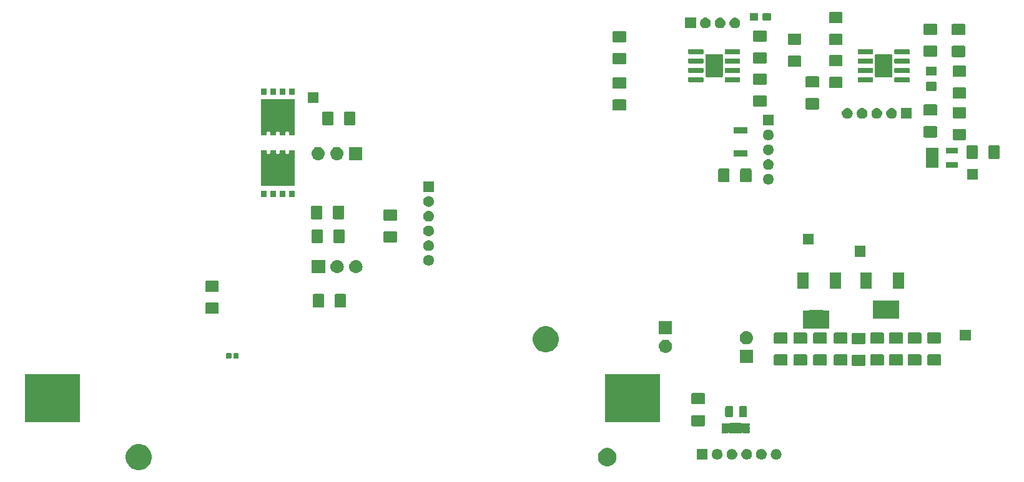
<source format=gbr>
G04 #@! TF.GenerationSoftware,KiCad,Pcbnew,(5.1.0)-1*
G04 #@! TF.CreationDate,2019-12-18T17:57:52-04:00*
G04 #@! TF.ProjectId,Main,4d61696e-2e6b-4696-9361-645f70636258,rev?*
G04 #@! TF.SameCoordinates,Original*
G04 #@! TF.FileFunction,Soldermask,Top*
G04 #@! TF.FilePolarity,Negative*
%FSLAX46Y46*%
G04 Gerber Fmt 4.6, Leading zero omitted, Abs format (unit mm)*
G04 Created by KiCad (PCBNEW (5.1.0)-1) date 2019-12-18 17:57:52*
%MOMM*%
%LPD*%
G04 APERTURE LIST*
%ADD10C,0.100000*%
G04 APERTURE END LIST*
D10*
G36*
X97898739Y-106825450D02*
G01*
X98088072Y-106903875D01*
X98221951Y-106959329D01*
X98512834Y-107153691D01*
X98760209Y-107401066D01*
X98954571Y-107691949D01*
X98977749Y-107747906D01*
X99088450Y-108015161D01*
X99156700Y-108358278D01*
X99156700Y-108708122D01*
X99088450Y-109051239D01*
X99058559Y-109123401D01*
X98954571Y-109374451D01*
X98760209Y-109665334D01*
X98512834Y-109912709D01*
X98221951Y-110107071D01*
X98088072Y-110162525D01*
X97898739Y-110240950D01*
X97555622Y-110309200D01*
X97205778Y-110309200D01*
X96862661Y-110240950D01*
X96673328Y-110162525D01*
X96539449Y-110107071D01*
X96248566Y-109912709D01*
X96001191Y-109665334D01*
X95806829Y-109374451D01*
X95702841Y-109123401D01*
X95672950Y-109051239D01*
X95604700Y-108708122D01*
X95604700Y-108358278D01*
X95672950Y-108015161D01*
X95783651Y-107747906D01*
X95806829Y-107691949D01*
X96001191Y-107401066D01*
X96248566Y-107153691D01*
X96539449Y-106959329D01*
X96673328Y-106903875D01*
X96862661Y-106825450D01*
X97205778Y-106757200D01*
X97555622Y-106757200D01*
X97898739Y-106825450D01*
X97898739Y-106825450D01*
G37*
G36*
X161274144Y-107335082D02*
G01*
X161500901Y-107429008D01*
X161500902Y-107429009D01*
X161704979Y-107565368D01*
X161878532Y-107738921D01*
X161968805Y-107874025D01*
X162014892Y-107942999D01*
X162108818Y-108169756D01*
X162156700Y-108410478D01*
X162156700Y-108655922D01*
X162108818Y-108896644D01*
X162014892Y-109123401D01*
X162014891Y-109123402D01*
X161878532Y-109327479D01*
X161704979Y-109501032D01*
X161568619Y-109592144D01*
X161500901Y-109637392D01*
X161274144Y-109731318D01*
X161033422Y-109779200D01*
X160787978Y-109779200D01*
X160547256Y-109731318D01*
X160320499Y-109637392D01*
X160252781Y-109592144D01*
X160116421Y-109501032D01*
X159942868Y-109327479D01*
X159806509Y-109123402D01*
X159806508Y-109123401D01*
X159712582Y-108896644D01*
X159664700Y-108655922D01*
X159664700Y-108410478D01*
X159712582Y-108169756D01*
X159806508Y-107942999D01*
X159852595Y-107874025D01*
X159942868Y-107738921D01*
X160116421Y-107565368D01*
X160320498Y-107429009D01*
X160320499Y-107429008D01*
X160547256Y-107335082D01*
X160787978Y-107287200D01*
X161033422Y-107287200D01*
X161274144Y-107335082D01*
X161274144Y-107335082D01*
G37*
G36*
X183866727Y-107429009D02*
G01*
X183955021Y-107437705D01*
X184091872Y-107479219D01*
X184091875Y-107479220D01*
X184217994Y-107546632D01*
X184328543Y-107637357D01*
X184419268Y-107747906D01*
X184486680Y-107874025D01*
X184486681Y-107874028D01*
X184528195Y-108010879D01*
X184542212Y-108153200D01*
X184528195Y-108295521D01*
X184493322Y-108410480D01*
X184486680Y-108432375D01*
X184419268Y-108558494D01*
X184328543Y-108669043D01*
X184217994Y-108759768D01*
X184091875Y-108827180D01*
X184091872Y-108827181D01*
X183955021Y-108868695D01*
X183883913Y-108875698D01*
X183848360Y-108879200D01*
X183777040Y-108879200D01*
X183741487Y-108875698D01*
X183670379Y-108868695D01*
X183533528Y-108827181D01*
X183533525Y-108827180D01*
X183407406Y-108759768D01*
X183296857Y-108669043D01*
X183206132Y-108558494D01*
X183138720Y-108432375D01*
X183132078Y-108410480D01*
X183097205Y-108295521D01*
X183083188Y-108153200D01*
X183097205Y-108010879D01*
X183138719Y-107874028D01*
X183138720Y-107874025D01*
X183206132Y-107747906D01*
X183296857Y-107637357D01*
X183407406Y-107546632D01*
X183533525Y-107479220D01*
X183533528Y-107479219D01*
X183670379Y-107437705D01*
X183758673Y-107429009D01*
X183777040Y-107427200D01*
X183848360Y-107427200D01*
X183866727Y-107429009D01*
X183866727Y-107429009D01*
G37*
G36*
X181866727Y-107429009D02*
G01*
X181955021Y-107437705D01*
X182091872Y-107479219D01*
X182091875Y-107479220D01*
X182217994Y-107546632D01*
X182328543Y-107637357D01*
X182419268Y-107747906D01*
X182486680Y-107874025D01*
X182486681Y-107874028D01*
X182528195Y-108010879D01*
X182542212Y-108153200D01*
X182528195Y-108295521D01*
X182493322Y-108410480D01*
X182486680Y-108432375D01*
X182419268Y-108558494D01*
X182328543Y-108669043D01*
X182217994Y-108759768D01*
X182091875Y-108827180D01*
X182091872Y-108827181D01*
X181955021Y-108868695D01*
X181883913Y-108875698D01*
X181848360Y-108879200D01*
X181777040Y-108879200D01*
X181741487Y-108875698D01*
X181670379Y-108868695D01*
X181533528Y-108827181D01*
X181533525Y-108827180D01*
X181407406Y-108759768D01*
X181296857Y-108669043D01*
X181206132Y-108558494D01*
X181138720Y-108432375D01*
X181132078Y-108410480D01*
X181097205Y-108295521D01*
X181083188Y-108153200D01*
X181097205Y-108010879D01*
X181138719Y-107874028D01*
X181138720Y-107874025D01*
X181206132Y-107747906D01*
X181296857Y-107637357D01*
X181407406Y-107546632D01*
X181533525Y-107479220D01*
X181533528Y-107479219D01*
X181670379Y-107437705D01*
X181758673Y-107429009D01*
X181777040Y-107427200D01*
X181848360Y-107427200D01*
X181866727Y-107429009D01*
X181866727Y-107429009D01*
G37*
G36*
X174538700Y-108879200D02*
G01*
X173086700Y-108879200D01*
X173086700Y-107427200D01*
X174538700Y-107427200D01*
X174538700Y-108879200D01*
X174538700Y-108879200D01*
G37*
G36*
X175866727Y-107429009D02*
G01*
X175955021Y-107437705D01*
X176091872Y-107479219D01*
X176091875Y-107479220D01*
X176217994Y-107546632D01*
X176328543Y-107637357D01*
X176419268Y-107747906D01*
X176486680Y-107874025D01*
X176486681Y-107874028D01*
X176528195Y-108010879D01*
X176542212Y-108153200D01*
X176528195Y-108295521D01*
X176493322Y-108410480D01*
X176486680Y-108432375D01*
X176419268Y-108558494D01*
X176328543Y-108669043D01*
X176217994Y-108759768D01*
X176091875Y-108827180D01*
X176091872Y-108827181D01*
X175955021Y-108868695D01*
X175883913Y-108875698D01*
X175848360Y-108879200D01*
X175777040Y-108879200D01*
X175741487Y-108875698D01*
X175670379Y-108868695D01*
X175533528Y-108827181D01*
X175533525Y-108827180D01*
X175407406Y-108759768D01*
X175296857Y-108669043D01*
X175206132Y-108558494D01*
X175138720Y-108432375D01*
X175132078Y-108410480D01*
X175097205Y-108295521D01*
X175083188Y-108153200D01*
X175097205Y-108010879D01*
X175138719Y-107874028D01*
X175138720Y-107874025D01*
X175206132Y-107747906D01*
X175296857Y-107637357D01*
X175407406Y-107546632D01*
X175533525Y-107479220D01*
X175533528Y-107479219D01*
X175670379Y-107437705D01*
X175758673Y-107429009D01*
X175777040Y-107427200D01*
X175848360Y-107427200D01*
X175866727Y-107429009D01*
X175866727Y-107429009D01*
G37*
G36*
X179866727Y-107429009D02*
G01*
X179955021Y-107437705D01*
X180091872Y-107479219D01*
X180091875Y-107479220D01*
X180217994Y-107546632D01*
X180328543Y-107637357D01*
X180419268Y-107747906D01*
X180486680Y-107874025D01*
X180486681Y-107874028D01*
X180528195Y-108010879D01*
X180542212Y-108153200D01*
X180528195Y-108295521D01*
X180493322Y-108410480D01*
X180486680Y-108432375D01*
X180419268Y-108558494D01*
X180328543Y-108669043D01*
X180217994Y-108759768D01*
X180091875Y-108827180D01*
X180091872Y-108827181D01*
X179955021Y-108868695D01*
X179883913Y-108875698D01*
X179848360Y-108879200D01*
X179777040Y-108879200D01*
X179741487Y-108875698D01*
X179670379Y-108868695D01*
X179533528Y-108827181D01*
X179533525Y-108827180D01*
X179407406Y-108759768D01*
X179296857Y-108669043D01*
X179206132Y-108558494D01*
X179138720Y-108432375D01*
X179132078Y-108410480D01*
X179097205Y-108295521D01*
X179083188Y-108153200D01*
X179097205Y-108010879D01*
X179138719Y-107874028D01*
X179138720Y-107874025D01*
X179206132Y-107747906D01*
X179296857Y-107637357D01*
X179407406Y-107546632D01*
X179533525Y-107479220D01*
X179533528Y-107479219D01*
X179670379Y-107437705D01*
X179758673Y-107429009D01*
X179777040Y-107427200D01*
X179848360Y-107427200D01*
X179866727Y-107429009D01*
X179866727Y-107429009D01*
G37*
G36*
X177866727Y-107429009D02*
G01*
X177955021Y-107437705D01*
X178091872Y-107479219D01*
X178091875Y-107479220D01*
X178217994Y-107546632D01*
X178328543Y-107637357D01*
X178419268Y-107747906D01*
X178486680Y-107874025D01*
X178486681Y-107874028D01*
X178528195Y-108010879D01*
X178542212Y-108153200D01*
X178528195Y-108295521D01*
X178493322Y-108410480D01*
X178486680Y-108432375D01*
X178419268Y-108558494D01*
X178328543Y-108669043D01*
X178217994Y-108759768D01*
X178091875Y-108827180D01*
X178091872Y-108827181D01*
X177955021Y-108868695D01*
X177883913Y-108875698D01*
X177848360Y-108879200D01*
X177777040Y-108879200D01*
X177741487Y-108875698D01*
X177670379Y-108868695D01*
X177533528Y-108827181D01*
X177533525Y-108827180D01*
X177407406Y-108759768D01*
X177296857Y-108669043D01*
X177206132Y-108558494D01*
X177138720Y-108432375D01*
X177132078Y-108410480D01*
X177097205Y-108295521D01*
X177083188Y-108153200D01*
X177097205Y-108010879D01*
X177138719Y-107874028D01*
X177138720Y-107874025D01*
X177206132Y-107747906D01*
X177296857Y-107637357D01*
X177407406Y-107546632D01*
X177533525Y-107479220D01*
X177533528Y-107479219D01*
X177670379Y-107437705D01*
X177758673Y-107429009D01*
X177777040Y-107427200D01*
X177848360Y-107427200D01*
X177866727Y-107429009D01*
X177866727Y-107429009D01*
G37*
G36*
X179043498Y-103875447D02*
G01*
X179079067Y-103886237D01*
X179111839Y-103903754D01*
X179143360Y-103929622D01*
X179163734Y-103943236D01*
X179186373Y-103952613D01*
X179210407Y-103957393D01*
X179234911Y-103957393D01*
X179258944Y-103952612D01*
X179281583Y-103943235D01*
X179301956Y-103929622D01*
X179306370Y-103926000D01*
X179310671Y-103923701D01*
X179315345Y-103922283D01*
X179326341Y-103921200D01*
X180190059Y-103921200D01*
X180201055Y-103922283D01*
X180205729Y-103923701D01*
X180210031Y-103926000D01*
X180213804Y-103929096D01*
X180216900Y-103932869D01*
X180219199Y-103937171D01*
X180220617Y-103941845D01*
X180221700Y-103952841D01*
X180221700Y-104241559D01*
X180220617Y-104252555D01*
X180219199Y-104257229D01*
X180216900Y-104261530D01*
X180211671Y-104267902D01*
X180198057Y-104288276D01*
X180188680Y-104310915D01*
X180183900Y-104334949D01*
X180183900Y-104359453D01*
X180188681Y-104383486D01*
X180198058Y-104406125D01*
X180211671Y-104426498D01*
X180216900Y-104432870D01*
X180219199Y-104437171D01*
X180220617Y-104441845D01*
X180221700Y-104452841D01*
X180221700Y-104741559D01*
X180220617Y-104752555D01*
X180219199Y-104757229D01*
X180216900Y-104761530D01*
X180211671Y-104767902D01*
X180198057Y-104788276D01*
X180188680Y-104810915D01*
X180183900Y-104834949D01*
X180183900Y-104859453D01*
X180188681Y-104883486D01*
X180198058Y-104906125D01*
X180211671Y-104926498D01*
X180216900Y-104932870D01*
X180219199Y-104937171D01*
X180220617Y-104941845D01*
X180221700Y-104952841D01*
X180221700Y-105241559D01*
X180220617Y-105252555D01*
X180219199Y-105257229D01*
X180216900Y-105261531D01*
X180213804Y-105265304D01*
X180210031Y-105268400D01*
X180205729Y-105270699D01*
X180201055Y-105272117D01*
X180190059Y-105273200D01*
X179326341Y-105273200D01*
X179315345Y-105272117D01*
X179310671Y-105270699D01*
X179306370Y-105268400D01*
X179301956Y-105264778D01*
X179281581Y-105251164D01*
X179258942Y-105241787D01*
X179234909Y-105237007D01*
X179210405Y-105237007D01*
X179186372Y-105241788D01*
X179163733Y-105251165D01*
X179143360Y-105264778D01*
X179111839Y-105290646D01*
X179079067Y-105308163D01*
X179043498Y-105318953D01*
X179000375Y-105323200D01*
X177641025Y-105323200D01*
X177597902Y-105318953D01*
X177562333Y-105308163D01*
X177529561Y-105290646D01*
X177498040Y-105264778D01*
X177477666Y-105251164D01*
X177455027Y-105241787D01*
X177430993Y-105237007D01*
X177406489Y-105237007D01*
X177382456Y-105241788D01*
X177359817Y-105251165D01*
X177339444Y-105264778D01*
X177335030Y-105268400D01*
X177330729Y-105270699D01*
X177326055Y-105272117D01*
X177315059Y-105273200D01*
X176451341Y-105273200D01*
X176440345Y-105272117D01*
X176435671Y-105270699D01*
X176431369Y-105268400D01*
X176427596Y-105265304D01*
X176424500Y-105261531D01*
X176422201Y-105257229D01*
X176420783Y-105252555D01*
X176419700Y-105241559D01*
X176419700Y-104952841D01*
X176420783Y-104941845D01*
X176422201Y-104937171D01*
X176424500Y-104932870D01*
X176429729Y-104926498D01*
X176443343Y-104906124D01*
X176452720Y-104883485D01*
X176457500Y-104859451D01*
X176457500Y-104834947D01*
X176452719Y-104810914D01*
X176443342Y-104788275D01*
X176429729Y-104767902D01*
X176424500Y-104761530D01*
X176422201Y-104757229D01*
X176420783Y-104752555D01*
X176419700Y-104741559D01*
X176419700Y-104452841D01*
X176420783Y-104441845D01*
X176422201Y-104437171D01*
X176424500Y-104432870D01*
X176429729Y-104426498D01*
X176443343Y-104406124D01*
X176452720Y-104383485D01*
X176457500Y-104359451D01*
X176457500Y-104334947D01*
X176452719Y-104310914D01*
X176443342Y-104288275D01*
X176429729Y-104267902D01*
X176424500Y-104261530D01*
X176422201Y-104257229D01*
X176420783Y-104252555D01*
X176419700Y-104241559D01*
X176419700Y-103952841D01*
X176420783Y-103941845D01*
X176422201Y-103937171D01*
X176424500Y-103932869D01*
X176427596Y-103929096D01*
X176431369Y-103926000D01*
X176435671Y-103923701D01*
X176440345Y-103922283D01*
X176451341Y-103921200D01*
X177315059Y-103921200D01*
X177326055Y-103922283D01*
X177330729Y-103923701D01*
X177335030Y-103926000D01*
X177339444Y-103929622D01*
X177359819Y-103943236D01*
X177382458Y-103952613D01*
X177406491Y-103957393D01*
X177430995Y-103957393D01*
X177455028Y-103952612D01*
X177477667Y-103943235D01*
X177498040Y-103929622D01*
X177529561Y-103903754D01*
X177562333Y-103886237D01*
X177597902Y-103875447D01*
X177641025Y-103871200D01*
X179000375Y-103871200D01*
X179043498Y-103875447D01*
X179043498Y-103875447D01*
G37*
G36*
X174016262Y-102821881D02*
G01*
X174051181Y-102832474D01*
X174083363Y-102849676D01*
X174111573Y-102872827D01*
X174134724Y-102901037D01*
X174151926Y-102933219D01*
X174162519Y-102968138D01*
X174166700Y-103010595D01*
X174166700Y-104151805D01*
X174162519Y-104194262D01*
X174151926Y-104229181D01*
X174134724Y-104261363D01*
X174111573Y-104289573D01*
X174083363Y-104312724D01*
X174051181Y-104329926D01*
X174016262Y-104340519D01*
X173973805Y-104344700D01*
X172507595Y-104344700D01*
X172465138Y-104340519D01*
X172430219Y-104329926D01*
X172398037Y-104312724D01*
X172369827Y-104289573D01*
X172346676Y-104261363D01*
X172329474Y-104229181D01*
X172318881Y-104194262D01*
X172314700Y-104151805D01*
X172314700Y-103010595D01*
X172318881Y-102968138D01*
X172329474Y-102933219D01*
X172346676Y-102901037D01*
X172369827Y-102872827D01*
X172398037Y-102849676D01*
X172430219Y-102832474D01*
X172465138Y-102821881D01*
X172507595Y-102817700D01*
X173973805Y-102817700D01*
X174016262Y-102821881D01*
X174016262Y-102821881D01*
G37*
G36*
X168031700Y-103759200D02*
G01*
X160589700Y-103759200D01*
X160589700Y-97307200D01*
X168031700Y-97307200D01*
X168031700Y-103759200D01*
X168031700Y-103759200D01*
G37*
G36*
X89371700Y-103759200D02*
G01*
X81929700Y-103759200D01*
X81929700Y-97307200D01*
X89371700Y-97307200D01*
X89371700Y-103759200D01*
X89371700Y-103759200D01*
G37*
G36*
X179695968Y-101615565D02*
G01*
X179734638Y-101627296D01*
X179770277Y-101646346D01*
X179801517Y-101671983D01*
X179827154Y-101703223D01*
X179846204Y-101738862D01*
X179857935Y-101777532D01*
X179862500Y-101823888D01*
X179862500Y-102900112D01*
X179857935Y-102946468D01*
X179846204Y-102985138D01*
X179827154Y-103020777D01*
X179801517Y-103052017D01*
X179770277Y-103077654D01*
X179734638Y-103096704D01*
X179695968Y-103108435D01*
X179649612Y-103113000D01*
X178998388Y-103113000D01*
X178952032Y-103108435D01*
X178913362Y-103096704D01*
X178877723Y-103077654D01*
X178846483Y-103052017D01*
X178820846Y-103020777D01*
X178801796Y-102985138D01*
X178790065Y-102946468D01*
X178785500Y-102900112D01*
X178785500Y-101823888D01*
X178790065Y-101777532D01*
X178801796Y-101738862D01*
X178820846Y-101703223D01*
X178846483Y-101671983D01*
X178877723Y-101646346D01*
X178913362Y-101627296D01*
X178952032Y-101615565D01*
X178998388Y-101611000D01*
X179649612Y-101611000D01*
X179695968Y-101615565D01*
X179695968Y-101615565D01*
G37*
G36*
X177820968Y-101615565D02*
G01*
X177859638Y-101627296D01*
X177895277Y-101646346D01*
X177926517Y-101671983D01*
X177952154Y-101703223D01*
X177971204Y-101738862D01*
X177982935Y-101777532D01*
X177987500Y-101823888D01*
X177987500Y-102900112D01*
X177982935Y-102946468D01*
X177971204Y-102985138D01*
X177952154Y-103020777D01*
X177926517Y-103052017D01*
X177895277Y-103077654D01*
X177859638Y-103096704D01*
X177820968Y-103108435D01*
X177774612Y-103113000D01*
X177123388Y-103113000D01*
X177077032Y-103108435D01*
X177038362Y-103096704D01*
X177002723Y-103077654D01*
X176971483Y-103052017D01*
X176945846Y-103020777D01*
X176926796Y-102985138D01*
X176915065Y-102946468D01*
X176910500Y-102900112D01*
X176910500Y-101823888D01*
X176915065Y-101777532D01*
X176926796Y-101738862D01*
X176945846Y-101703223D01*
X176971483Y-101671983D01*
X177002723Y-101646346D01*
X177038362Y-101627296D01*
X177077032Y-101615565D01*
X177123388Y-101611000D01*
X177774612Y-101611000D01*
X177820968Y-101615565D01*
X177820968Y-101615565D01*
G37*
G36*
X174016262Y-99846881D02*
G01*
X174051181Y-99857474D01*
X174083363Y-99874676D01*
X174111573Y-99897827D01*
X174134724Y-99926037D01*
X174151926Y-99958219D01*
X174162519Y-99993138D01*
X174166700Y-100035595D01*
X174166700Y-101176805D01*
X174162519Y-101219262D01*
X174151926Y-101254181D01*
X174134724Y-101286363D01*
X174111573Y-101314573D01*
X174083363Y-101337724D01*
X174051181Y-101354926D01*
X174016262Y-101365519D01*
X173973805Y-101369700D01*
X172507595Y-101369700D01*
X172465138Y-101365519D01*
X172430219Y-101354926D01*
X172398037Y-101337724D01*
X172369827Y-101314573D01*
X172346676Y-101286363D01*
X172329474Y-101254181D01*
X172318881Y-101219262D01*
X172314700Y-101176805D01*
X172314700Y-100035595D01*
X172318881Y-99993138D01*
X172329474Y-99958219D01*
X172346676Y-99926037D01*
X172369827Y-99897827D01*
X172398037Y-99874676D01*
X172430219Y-99857474D01*
X172465138Y-99846881D01*
X172507595Y-99842700D01*
X173973805Y-99842700D01*
X174016262Y-99846881D01*
X174016262Y-99846881D01*
G37*
G36*
X195784062Y-94631981D02*
G01*
X195818981Y-94642574D01*
X195851163Y-94659776D01*
X195879373Y-94682927D01*
X195902524Y-94711137D01*
X195919726Y-94743319D01*
X195930319Y-94778238D01*
X195934500Y-94820695D01*
X195934500Y-95961905D01*
X195930319Y-96004362D01*
X195919726Y-96039281D01*
X195902524Y-96071463D01*
X195879373Y-96099673D01*
X195851163Y-96122824D01*
X195818981Y-96140026D01*
X195784062Y-96150619D01*
X195741605Y-96154800D01*
X194275395Y-96154800D01*
X194232938Y-96150619D01*
X194198019Y-96140026D01*
X194165837Y-96122824D01*
X194137627Y-96099673D01*
X194114476Y-96071463D01*
X194097274Y-96039281D01*
X194086681Y-96004362D01*
X194082500Y-95961905D01*
X194082500Y-94820695D01*
X194086681Y-94778238D01*
X194097274Y-94743319D01*
X194114476Y-94711137D01*
X194137627Y-94682927D01*
X194165837Y-94659776D01*
X194198019Y-94642574D01*
X194232938Y-94631981D01*
X194275395Y-94627800D01*
X195741605Y-94627800D01*
X195784062Y-94631981D01*
X195784062Y-94631981D01*
G37*
G36*
X198273262Y-94593381D02*
G01*
X198308181Y-94603974D01*
X198340363Y-94621176D01*
X198368573Y-94644327D01*
X198391724Y-94672537D01*
X198408926Y-94704719D01*
X198419519Y-94739638D01*
X198423700Y-94782095D01*
X198423700Y-95923305D01*
X198419519Y-95965762D01*
X198408926Y-96000681D01*
X198391724Y-96032863D01*
X198368573Y-96061073D01*
X198340363Y-96084224D01*
X198308181Y-96101426D01*
X198273262Y-96112019D01*
X198230805Y-96116200D01*
X196764595Y-96116200D01*
X196722138Y-96112019D01*
X196687219Y-96101426D01*
X196655037Y-96084224D01*
X196626827Y-96061073D01*
X196603676Y-96032863D01*
X196586474Y-96000681D01*
X196575881Y-95965762D01*
X196571700Y-95923305D01*
X196571700Y-94782095D01*
X196575881Y-94739638D01*
X196586474Y-94704719D01*
X196603676Y-94672537D01*
X196626827Y-94644327D01*
X196655037Y-94621176D01*
X196687219Y-94603974D01*
X196722138Y-94593381D01*
X196764595Y-94589200D01*
X198230805Y-94589200D01*
X198273262Y-94593381D01*
X198273262Y-94593381D01*
G37*
G36*
X203365962Y-94593381D02*
G01*
X203400881Y-94603974D01*
X203433063Y-94621176D01*
X203461273Y-94644327D01*
X203484424Y-94672537D01*
X203501626Y-94704719D01*
X203512219Y-94739638D01*
X203516400Y-94782095D01*
X203516400Y-95923305D01*
X203512219Y-95965762D01*
X203501626Y-96000681D01*
X203484424Y-96032863D01*
X203461273Y-96061073D01*
X203433063Y-96084224D01*
X203400881Y-96101426D01*
X203365962Y-96112019D01*
X203323505Y-96116200D01*
X201857295Y-96116200D01*
X201814838Y-96112019D01*
X201779919Y-96101426D01*
X201747737Y-96084224D01*
X201719527Y-96061073D01*
X201696376Y-96032863D01*
X201679174Y-96000681D01*
X201668581Y-95965762D01*
X201664400Y-95923305D01*
X201664400Y-94782095D01*
X201668581Y-94739638D01*
X201679174Y-94704719D01*
X201696376Y-94672537D01*
X201719527Y-94644327D01*
X201747737Y-94621176D01*
X201779919Y-94603974D01*
X201814838Y-94593381D01*
X201857295Y-94589200D01*
X203323505Y-94589200D01*
X203365962Y-94593381D01*
X203365962Y-94593381D01*
G37*
G36*
X187859262Y-94593381D02*
G01*
X187894181Y-94603974D01*
X187926363Y-94621176D01*
X187954573Y-94644327D01*
X187977724Y-94672537D01*
X187994926Y-94704719D01*
X188005519Y-94739638D01*
X188009700Y-94782095D01*
X188009700Y-95923305D01*
X188005519Y-95965762D01*
X187994926Y-96000681D01*
X187977724Y-96032863D01*
X187954573Y-96061073D01*
X187926363Y-96084224D01*
X187894181Y-96101426D01*
X187859262Y-96112019D01*
X187816805Y-96116200D01*
X186350595Y-96116200D01*
X186308138Y-96112019D01*
X186273219Y-96101426D01*
X186241037Y-96084224D01*
X186212827Y-96061073D01*
X186189676Y-96032863D01*
X186172474Y-96000681D01*
X186161881Y-95965762D01*
X186157700Y-95923305D01*
X186157700Y-94782095D01*
X186161881Y-94739638D01*
X186172474Y-94704719D01*
X186189676Y-94672537D01*
X186212827Y-94644327D01*
X186241037Y-94621176D01*
X186273219Y-94603974D01*
X186308138Y-94593381D01*
X186350595Y-94589200D01*
X187816805Y-94589200D01*
X187859262Y-94593381D01*
X187859262Y-94593381D01*
G37*
G36*
X200844262Y-94593381D02*
G01*
X200879181Y-94603974D01*
X200911363Y-94621176D01*
X200939573Y-94644327D01*
X200962724Y-94672537D01*
X200979926Y-94704719D01*
X200990519Y-94739638D01*
X200994700Y-94782095D01*
X200994700Y-95923305D01*
X200990519Y-95965762D01*
X200979926Y-96000681D01*
X200962724Y-96032863D01*
X200939573Y-96061073D01*
X200911363Y-96084224D01*
X200879181Y-96101426D01*
X200844262Y-96112019D01*
X200801805Y-96116200D01*
X199335595Y-96116200D01*
X199293138Y-96112019D01*
X199258219Y-96101426D01*
X199226037Y-96084224D01*
X199197827Y-96061073D01*
X199174676Y-96032863D01*
X199157474Y-96000681D01*
X199146881Y-95965762D01*
X199142700Y-95923305D01*
X199142700Y-94782095D01*
X199146881Y-94739638D01*
X199157474Y-94704719D01*
X199174676Y-94672537D01*
X199197827Y-94644327D01*
X199226037Y-94621176D01*
X199258219Y-94603974D01*
X199293138Y-94593381D01*
X199335595Y-94589200D01*
X200801805Y-94589200D01*
X200844262Y-94593381D01*
X200844262Y-94593381D01*
G37*
G36*
X190526262Y-94593381D02*
G01*
X190561181Y-94603974D01*
X190593363Y-94621176D01*
X190621573Y-94644327D01*
X190644724Y-94672537D01*
X190661926Y-94704719D01*
X190672519Y-94739638D01*
X190676700Y-94782095D01*
X190676700Y-95923305D01*
X190672519Y-95965762D01*
X190661926Y-96000681D01*
X190644724Y-96032863D01*
X190621573Y-96061073D01*
X190593363Y-96084224D01*
X190561181Y-96101426D01*
X190526262Y-96112019D01*
X190483805Y-96116200D01*
X189017595Y-96116200D01*
X188975138Y-96112019D01*
X188940219Y-96101426D01*
X188908037Y-96084224D01*
X188879827Y-96061073D01*
X188856676Y-96032863D01*
X188839474Y-96000681D01*
X188828881Y-95965762D01*
X188824700Y-95923305D01*
X188824700Y-94782095D01*
X188828881Y-94739638D01*
X188839474Y-94704719D01*
X188856676Y-94672537D01*
X188879827Y-94644327D01*
X188908037Y-94621176D01*
X188940219Y-94603974D01*
X188975138Y-94593381D01*
X189017595Y-94589200D01*
X190483805Y-94589200D01*
X190526262Y-94593381D01*
X190526262Y-94593381D01*
G37*
G36*
X185192262Y-94593381D02*
G01*
X185227181Y-94603974D01*
X185259363Y-94621176D01*
X185287573Y-94644327D01*
X185310724Y-94672537D01*
X185327926Y-94704719D01*
X185338519Y-94739638D01*
X185342700Y-94782095D01*
X185342700Y-95923305D01*
X185338519Y-95965762D01*
X185327926Y-96000681D01*
X185310724Y-96032863D01*
X185287573Y-96061073D01*
X185259363Y-96084224D01*
X185227181Y-96101426D01*
X185192262Y-96112019D01*
X185149805Y-96116200D01*
X183683595Y-96116200D01*
X183641138Y-96112019D01*
X183606219Y-96101426D01*
X183574037Y-96084224D01*
X183545827Y-96061073D01*
X183522676Y-96032863D01*
X183505474Y-96000681D01*
X183494881Y-95965762D01*
X183490700Y-95923305D01*
X183490700Y-94782095D01*
X183494881Y-94739638D01*
X183505474Y-94704719D01*
X183522676Y-94672537D01*
X183545827Y-94644327D01*
X183574037Y-94621176D01*
X183606219Y-94603974D01*
X183641138Y-94593381D01*
X183683595Y-94589200D01*
X185149805Y-94589200D01*
X185192262Y-94593381D01*
X185192262Y-94593381D01*
G37*
G36*
X193320262Y-94593381D02*
G01*
X193355181Y-94603974D01*
X193387363Y-94621176D01*
X193415573Y-94644327D01*
X193438724Y-94672537D01*
X193455926Y-94704719D01*
X193466519Y-94739638D01*
X193470700Y-94782095D01*
X193470700Y-95923305D01*
X193466519Y-95965762D01*
X193455926Y-96000681D01*
X193438724Y-96032863D01*
X193415573Y-96061073D01*
X193387363Y-96084224D01*
X193355181Y-96101426D01*
X193320262Y-96112019D01*
X193277805Y-96116200D01*
X191811595Y-96116200D01*
X191769138Y-96112019D01*
X191734219Y-96101426D01*
X191702037Y-96084224D01*
X191673827Y-96061073D01*
X191650676Y-96032863D01*
X191633474Y-96000681D01*
X191622881Y-95965762D01*
X191618700Y-95923305D01*
X191618700Y-94782095D01*
X191622881Y-94739638D01*
X191633474Y-94704719D01*
X191650676Y-94672537D01*
X191673827Y-94644327D01*
X191702037Y-94621176D01*
X191734219Y-94603974D01*
X191769138Y-94593381D01*
X191811595Y-94589200D01*
X193277805Y-94589200D01*
X193320262Y-94593381D01*
X193320262Y-94593381D01*
G37*
G36*
X206020262Y-94587201D02*
G01*
X206055181Y-94597794D01*
X206087363Y-94614996D01*
X206115573Y-94638147D01*
X206138724Y-94666357D01*
X206155926Y-94698539D01*
X206166519Y-94733458D01*
X206170700Y-94775915D01*
X206170700Y-95917125D01*
X206166519Y-95959582D01*
X206155926Y-95994501D01*
X206138724Y-96026683D01*
X206115573Y-96054893D01*
X206087363Y-96078044D01*
X206055181Y-96095246D01*
X206020262Y-96105839D01*
X205977805Y-96110020D01*
X204511595Y-96110020D01*
X204469138Y-96105839D01*
X204434219Y-96095246D01*
X204402037Y-96078044D01*
X204373827Y-96054893D01*
X204350676Y-96026683D01*
X204333474Y-95994501D01*
X204322881Y-95959582D01*
X204318700Y-95917125D01*
X204318700Y-94775915D01*
X204322881Y-94733458D01*
X204333474Y-94698539D01*
X204350676Y-94666357D01*
X204373827Y-94638147D01*
X204402037Y-94614996D01*
X204434219Y-94597794D01*
X204469138Y-94587201D01*
X204511595Y-94583020D01*
X205977805Y-94583020D01*
X206020262Y-94587201D01*
X206020262Y-94587201D01*
G37*
G36*
X180669500Y-95770000D02*
G01*
X178867500Y-95770000D01*
X178867500Y-93968000D01*
X180669500Y-93968000D01*
X180669500Y-95770000D01*
X180669500Y-95770000D01*
G37*
G36*
X109856938Y-94431716D02*
G01*
X109877557Y-94437971D01*
X109896553Y-94448124D01*
X109913208Y-94461792D01*
X109926876Y-94478447D01*
X109937029Y-94497443D01*
X109943284Y-94518062D01*
X109946000Y-94545640D01*
X109946000Y-95054360D01*
X109943284Y-95081938D01*
X109937029Y-95102557D01*
X109926876Y-95121553D01*
X109913208Y-95138208D01*
X109896553Y-95151876D01*
X109877557Y-95162029D01*
X109856938Y-95168284D01*
X109829360Y-95171000D01*
X109370640Y-95171000D01*
X109343062Y-95168284D01*
X109322443Y-95162029D01*
X109303447Y-95151876D01*
X109286792Y-95138208D01*
X109273124Y-95121553D01*
X109262971Y-95102557D01*
X109256716Y-95081938D01*
X109254000Y-95054360D01*
X109254000Y-94545640D01*
X109256716Y-94518062D01*
X109262971Y-94497443D01*
X109273124Y-94478447D01*
X109286792Y-94461792D01*
X109303447Y-94448124D01*
X109322443Y-94437971D01*
X109343062Y-94431716D01*
X109370640Y-94429000D01*
X109829360Y-94429000D01*
X109856938Y-94431716D01*
X109856938Y-94431716D01*
G37*
G36*
X110826938Y-94431716D02*
G01*
X110847557Y-94437971D01*
X110866553Y-94448124D01*
X110883208Y-94461792D01*
X110896876Y-94478447D01*
X110907029Y-94497443D01*
X110913284Y-94518062D01*
X110916000Y-94545640D01*
X110916000Y-95054360D01*
X110913284Y-95081938D01*
X110907029Y-95102557D01*
X110896876Y-95121553D01*
X110883208Y-95138208D01*
X110866553Y-95151876D01*
X110847557Y-95162029D01*
X110826938Y-95168284D01*
X110799360Y-95171000D01*
X110340640Y-95171000D01*
X110313062Y-95168284D01*
X110292443Y-95162029D01*
X110273447Y-95151876D01*
X110256792Y-95138208D01*
X110243124Y-95121553D01*
X110232971Y-95102557D01*
X110226716Y-95081938D01*
X110224000Y-95054360D01*
X110224000Y-94545640D01*
X110226716Y-94518062D01*
X110232971Y-94497443D01*
X110243124Y-94478447D01*
X110256792Y-94461792D01*
X110273447Y-94448124D01*
X110292443Y-94437971D01*
X110313062Y-94431716D01*
X110340640Y-94429000D01*
X110799360Y-94429000D01*
X110826938Y-94431716D01*
X110826938Y-94431716D01*
G37*
G36*
X168906143Y-92590219D02*
G01*
X168972327Y-92596737D01*
X169142166Y-92648257D01*
X169298691Y-92731922D01*
X169334429Y-92761252D01*
X169435886Y-92844514D01*
X169497333Y-92919389D01*
X169548478Y-92981709D01*
X169548479Y-92981711D01*
X169625832Y-93126426D01*
X169632143Y-93138234D01*
X169683663Y-93308073D01*
X169701059Y-93484700D01*
X169683663Y-93661327D01*
X169632143Y-93831166D01*
X169548478Y-93987691D01*
X169519148Y-94023429D01*
X169435886Y-94124886D01*
X169334429Y-94208148D01*
X169298691Y-94237478D01*
X169142166Y-94321143D01*
X168972327Y-94372663D01*
X168906142Y-94379182D01*
X168839960Y-94385700D01*
X168751440Y-94385700D01*
X168685258Y-94379182D01*
X168619073Y-94372663D01*
X168449234Y-94321143D01*
X168292709Y-94237478D01*
X168256971Y-94208148D01*
X168155514Y-94124886D01*
X168072252Y-94023429D01*
X168042922Y-93987691D01*
X167959257Y-93831166D01*
X167907737Y-93661327D01*
X167890341Y-93484700D01*
X167907737Y-93308073D01*
X167959257Y-93138234D01*
X167965569Y-93126426D01*
X168042921Y-92981711D01*
X168042922Y-92981709D01*
X168094067Y-92919389D01*
X168155514Y-92844514D01*
X168256971Y-92761252D01*
X168292709Y-92731922D01*
X168449234Y-92648257D01*
X168619073Y-92596737D01*
X168685258Y-92590218D01*
X168751440Y-92583700D01*
X168839960Y-92583700D01*
X168906143Y-92590219D01*
X168906143Y-92590219D01*
G37*
G36*
X153098739Y-90825450D02*
G01*
X153288072Y-90903875D01*
X153421951Y-90959329D01*
X153712834Y-91153691D01*
X153960209Y-91401066D01*
X154154571Y-91691949D01*
X154188307Y-91773396D01*
X154288450Y-92015161D01*
X154356700Y-92358278D01*
X154356700Y-92708122D01*
X154288450Y-93051239D01*
X154214404Y-93230000D01*
X154154571Y-93374451D01*
X153960209Y-93665334D01*
X153712834Y-93912709D01*
X153421951Y-94107071D01*
X153288072Y-94162525D01*
X153098739Y-94240950D01*
X152755622Y-94309200D01*
X152405778Y-94309200D01*
X152062661Y-94240950D01*
X151873328Y-94162525D01*
X151739449Y-94107071D01*
X151448566Y-93912709D01*
X151201191Y-93665334D01*
X151006829Y-93374451D01*
X150946996Y-93230000D01*
X150872950Y-93051239D01*
X150804700Y-92708122D01*
X150804700Y-92358278D01*
X150872950Y-92015161D01*
X150973093Y-91773396D01*
X151006829Y-91691949D01*
X151201191Y-91401066D01*
X151448566Y-91153691D01*
X151739449Y-90959329D01*
X151873328Y-90903875D01*
X152062661Y-90825450D01*
X152405778Y-90757200D01*
X152755622Y-90757200D01*
X153098739Y-90825450D01*
X153098739Y-90825450D01*
G37*
G36*
X179878943Y-91434519D02*
G01*
X179945127Y-91441037D01*
X180114966Y-91492557D01*
X180271491Y-91576222D01*
X180307229Y-91605552D01*
X180408686Y-91688814D01*
X180483171Y-91779576D01*
X180521278Y-91826009D01*
X180604943Y-91982534D01*
X180656463Y-92152373D01*
X180673859Y-92329000D01*
X180656463Y-92505627D01*
X180604943Y-92675466D01*
X180521278Y-92831991D01*
X180492444Y-92867125D01*
X180408686Y-92969186D01*
X180335360Y-93029362D01*
X180271491Y-93081778D01*
X180114966Y-93165443D01*
X179945127Y-93216963D01*
X179878943Y-93223481D01*
X179812760Y-93230000D01*
X179724240Y-93230000D01*
X179658057Y-93223481D01*
X179591873Y-93216963D01*
X179422034Y-93165443D01*
X179265509Y-93081778D01*
X179201640Y-93029362D01*
X179128314Y-92969186D01*
X179044556Y-92867125D01*
X179015722Y-92831991D01*
X178932057Y-92675466D01*
X178880537Y-92505627D01*
X178863141Y-92329000D01*
X178880537Y-92152373D01*
X178932057Y-91982534D01*
X179015722Y-91826009D01*
X179053829Y-91779576D01*
X179128314Y-91688814D01*
X179229771Y-91605552D01*
X179265509Y-91576222D01*
X179422034Y-91492557D01*
X179591873Y-91441037D01*
X179658058Y-91434518D01*
X179724240Y-91428000D01*
X179812760Y-91428000D01*
X179878943Y-91434519D01*
X179878943Y-91434519D01*
G37*
G36*
X195784062Y-91656981D02*
G01*
X195818981Y-91667574D01*
X195851163Y-91684776D01*
X195879373Y-91707927D01*
X195902524Y-91736137D01*
X195919726Y-91768319D01*
X195930319Y-91803238D01*
X195934500Y-91845695D01*
X195934500Y-92986905D01*
X195930319Y-93029362D01*
X195919726Y-93064281D01*
X195902524Y-93096463D01*
X195879373Y-93124673D01*
X195851163Y-93147824D01*
X195818981Y-93165026D01*
X195784062Y-93175619D01*
X195741605Y-93179800D01*
X194275395Y-93179800D01*
X194232938Y-93175619D01*
X194198019Y-93165026D01*
X194165837Y-93147824D01*
X194137627Y-93124673D01*
X194114476Y-93096463D01*
X194097274Y-93064281D01*
X194086681Y-93029362D01*
X194082500Y-92986905D01*
X194082500Y-91845695D01*
X194086681Y-91803238D01*
X194097274Y-91768319D01*
X194114476Y-91736137D01*
X194137627Y-91707927D01*
X194165837Y-91684776D01*
X194198019Y-91667574D01*
X194232938Y-91656981D01*
X194275395Y-91652800D01*
X195741605Y-91652800D01*
X195784062Y-91656981D01*
X195784062Y-91656981D01*
G37*
G36*
X203365962Y-91618381D02*
G01*
X203400881Y-91628974D01*
X203433063Y-91646176D01*
X203461273Y-91669327D01*
X203484424Y-91697537D01*
X203501626Y-91729719D01*
X203512219Y-91764638D01*
X203516400Y-91807095D01*
X203516400Y-92948305D01*
X203512219Y-92990762D01*
X203501626Y-93025681D01*
X203484424Y-93057863D01*
X203461273Y-93086073D01*
X203433063Y-93109224D01*
X203400881Y-93126426D01*
X203365962Y-93137019D01*
X203323505Y-93141200D01*
X201857295Y-93141200D01*
X201814838Y-93137019D01*
X201779919Y-93126426D01*
X201747737Y-93109224D01*
X201719527Y-93086073D01*
X201696376Y-93057863D01*
X201679174Y-93025681D01*
X201668581Y-92990762D01*
X201664400Y-92948305D01*
X201664400Y-91807095D01*
X201668581Y-91764638D01*
X201679174Y-91729719D01*
X201696376Y-91697537D01*
X201719527Y-91669327D01*
X201747737Y-91646176D01*
X201779919Y-91628974D01*
X201814838Y-91618381D01*
X201857295Y-91614200D01*
X203323505Y-91614200D01*
X203365962Y-91618381D01*
X203365962Y-91618381D01*
G37*
G36*
X193320262Y-91618381D02*
G01*
X193355181Y-91628974D01*
X193387363Y-91646176D01*
X193415573Y-91669327D01*
X193438724Y-91697537D01*
X193455926Y-91729719D01*
X193466519Y-91764638D01*
X193470700Y-91807095D01*
X193470700Y-92948305D01*
X193466519Y-92990762D01*
X193455926Y-93025681D01*
X193438724Y-93057863D01*
X193415573Y-93086073D01*
X193387363Y-93109224D01*
X193355181Y-93126426D01*
X193320262Y-93137019D01*
X193277805Y-93141200D01*
X191811595Y-93141200D01*
X191769138Y-93137019D01*
X191734219Y-93126426D01*
X191702037Y-93109224D01*
X191673827Y-93086073D01*
X191650676Y-93057863D01*
X191633474Y-93025681D01*
X191622881Y-92990762D01*
X191618700Y-92948305D01*
X191618700Y-91807095D01*
X191622881Y-91764638D01*
X191633474Y-91729719D01*
X191650676Y-91697537D01*
X191673827Y-91669327D01*
X191702037Y-91646176D01*
X191734219Y-91628974D01*
X191769138Y-91618381D01*
X191811595Y-91614200D01*
X193277805Y-91614200D01*
X193320262Y-91618381D01*
X193320262Y-91618381D01*
G37*
G36*
X198273262Y-91618381D02*
G01*
X198308181Y-91628974D01*
X198340363Y-91646176D01*
X198368573Y-91669327D01*
X198391724Y-91697537D01*
X198408926Y-91729719D01*
X198419519Y-91764638D01*
X198423700Y-91807095D01*
X198423700Y-92948305D01*
X198419519Y-92990762D01*
X198408926Y-93025681D01*
X198391724Y-93057863D01*
X198368573Y-93086073D01*
X198340363Y-93109224D01*
X198308181Y-93126426D01*
X198273262Y-93137019D01*
X198230805Y-93141200D01*
X196764595Y-93141200D01*
X196722138Y-93137019D01*
X196687219Y-93126426D01*
X196655037Y-93109224D01*
X196626827Y-93086073D01*
X196603676Y-93057863D01*
X196586474Y-93025681D01*
X196575881Y-92990762D01*
X196571700Y-92948305D01*
X196571700Y-91807095D01*
X196575881Y-91764638D01*
X196586474Y-91729719D01*
X196603676Y-91697537D01*
X196626827Y-91669327D01*
X196655037Y-91646176D01*
X196687219Y-91628974D01*
X196722138Y-91618381D01*
X196764595Y-91614200D01*
X198230805Y-91614200D01*
X198273262Y-91618381D01*
X198273262Y-91618381D01*
G37*
G36*
X185192262Y-91618381D02*
G01*
X185227181Y-91628974D01*
X185259363Y-91646176D01*
X185287573Y-91669327D01*
X185310724Y-91697537D01*
X185327926Y-91729719D01*
X185338519Y-91764638D01*
X185342700Y-91807095D01*
X185342700Y-92948305D01*
X185338519Y-92990762D01*
X185327926Y-93025681D01*
X185310724Y-93057863D01*
X185287573Y-93086073D01*
X185259363Y-93109224D01*
X185227181Y-93126426D01*
X185192262Y-93137019D01*
X185149805Y-93141200D01*
X183683595Y-93141200D01*
X183641138Y-93137019D01*
X183606219Y-93126426D01*
X183574037Y-93109224D01*
X183545827Y-93086073D01*
X183522676Y-93057863D01*
X183505474Y-93025681D01*
X183494881Y-92990762D01*
X183490700Y-92948305D01*
X183490700Y-91807095D01*
X183494881Y-91764638D01*
X183505474Y-91729719D01*
X183522676Y-91697537D01*
X183545827Y-91669327D01*
X183574037Y-91646176D01*
X183606219Y-91628974D01*
X183641138Y-91618381D01*
X183683595Y-91614200D01*
X185149805Y-91614200D01*
X185192262Y-91618381D01*
X185192262Y-91618381D01*
G37*
G36*
X187859262Y-91618381D02*
G01*
X187894181Y-91628974D01*
X187926363Y-91646176D01*
X187954573Y-91669327D01*
X187977724Y-91697537D01*
X187994926Y-91729719D01*
X188005519Y-91764638D01*
X188009700Y-91807095D01*
X188009700Y-92948305D01*
X188005519Y-92990762D01*
X187994926Y-93025681D01*
X187977724Y-93057863D01*
X187954573Y-93086073D01*
X187926363Y-93109224D01*
X187894181Y-93126426D01*
X187859262Y-93137019D01*
X187816805Y-93141200D01*
X186350595Y-93141200D01*
X186308138Y-93137019D01*
X186273219Y-93126426D01*
X186241037Y-93109224D01*
X186212827Y-93086073D01*
X186189676Y-93057863D01*
X186172474Y-93025681D01*
X186161881Y-92990762D01*
X186157700Y-92948305D01*
X186157700Y-91807095D01*
X186161881Y-91764638D01*
X186172474Y-91729719D01*
X186189676Y-91697537D01*
X186212827Y-91669327D01*
X186241037Y-91646176D01*
X186273219Y-91628974D01*
X186308138Y-91618381D01*
X186350595Y-91614200D01*
X187816805Y-91614200D01*
X187859262Y-91618381D01*
X187859262Y-91618381D01*
G37*
G36*
X190526262Y-91618381D02*
G01*
X190561181Y-91628974D01*
X190593363Y-91646176D01*
X190621573Y-91669327D01*
X190644724Y-91697537D01*
X190661926Y-91729719D01*
X190672519Y-91764638D01*
X190676700Y-91807095D01*
X190676700Y-92948305D01*
X190672519Y-92990762D01*
X190661926Y-93025681D01*
X190644724Y-93057863D01*
X190621573Y-93086073D01*
X190593363Y-93109224D01*
X190561181Y-93126426D01*
X190526262Y-93137019D01*
X190483805Y-93141200D01*
X189017595Y-93141200D01*
X188975138Y-93137019D01*
X188940219Y-93126426D01*
X188908037Y-93109224D01*
X188879827Y-93086073D01*
X188856676Y-93057863D01*
X188839474Y-93025681D01*
X188828881Y-92990762D01*
X188824700Y-92948305D01*
X188824700Y-91807095D01*
X188828881Y-91764638D01*
X188839474Y-91729719D01*
X188856676Y-91697537D01*
X188879827Y-91669327D01*
X188908037Y-91646176D01*
X188940219Y-91628974D01*
X188975138Y-91618381D01*
X189017595Y-91614200D01*
X190483805Y-91614200D01*
X190526262Y-91618381D01*
X190526262Y-91618381D01*
G37*
G36*
X200844262Y-91618381D02*
G01*
X200879181Y-91628974D01*
X200911363Y-91646176D01*
X200939573Y-91669327D01*
X200962724Y-91697537D01*
X200979926Y-91729719D01*
X200990519Y-91764638D01*
X200994700Y-91807095D01*
X200994700Y-92948305D01*
X200990519Y-92990762D01*
X200979926Y-93025681D01*
X200962724Y-93057863D01*
X200939573Y-93086073D01*
X200911363Y-93109224D01*
X200879181Y-93126426D01*
X200844262Y-93137019D01*
X200801805Y-93141200D01*
X199335595Y-93141200D01*
X199293138Y-93137019D01*
X199258219Y-93126426D01*
X199226037Y-93109224D01*
X199197827Y-93086073D01*
X199174676Y-93057863D01*
X199157474Y-93025681D01*
X199146881Y-92990762D01*
X199142700Y-92948305D01*
X199142700Y-91807095D01*
X199146881Y-91764638D01*
X199157474Y-91729719D01*
X199174676Y-91697537D01*
X199197827Y-91669327D01*
X199226037Y-91646176D01*
X199258219Y-91628974D01*
X199293138Y-91618381D01*
X199335595Y-91614200D01*
X200801805Y-91614200D01*
X200844262Y-91618381D01*
X200844262Y-91618381D01*
G37*
G36*
X206020262Y-91612201D02*
G01*
X206055181Y-91622794D01*
X206087363Y-91639996D01*
X206115573Y-91663147D01*
X206138724Y-91691357D01*
X206155926Y-91723539D01*
X206166519Y-91758458D01*
X206170700Y-91800915D01*
X206170700Y-92942125D01*
X206166519Y-92984582D01*
X206155926Y-93019501D01*
X206138724Y-93051683D01*
X206115573Y-93079893D01*
X206087363Y-93103044D01*
X206055181Y-93120246D01*
X206020262Y-93130839D01*
X205977805Y-93135020D01*
X204511595Y-93135020D01*
X204469138Y-93130839D01*
X204434219Y-93120246D01*
X204402037Y-93103044D01*
X204373827Y-93079893D01*
X204350676Y-93051683D01*
X204333474Y-93019501D01*
X204322881Y-92984582D01*
X204318700Y-92942125D01*
X204318700Y-91800915D01*
X204322881Y-91758458D01*
X204333474Y-91723539D01*
X204350676Y-91691357D01*
X204373827Y-91663147D01*
X204402037Y-91639996D01*
X204434219Y-91622794D01*
X204469138Y-91612201D01*
X204511595Y-91608020D01*
X205977805Y-91608020D01*
X206020262Y-91612201D01*
X206020262Y-91612201D01*
G37*
G36*
X210187100Y-92729880D02*
G01*
X208735100Y-92729880D01*
X208735100Y-91277880D01*
X210187100Y-91277880D01*
X210187100Y-92729880D01*
X210187100Y-92729880D01*
G37*
G36*
X169696700Y-91845700D02*
G01*
X167894700Y-91845700D01*
X167894700Y-90043700D01*
X169696700Y-90043700D01*
X169696700Y-91845700D01*
X169696700Y-91845700D01*
G37*
G36*
X190174253Y-88593134D02*
G01*
X190195864Y-88604685D01*
X190219313Y-88611798D01*
X190243699Y-88614200D01*
X190993700Y-88614200D01*
X190993700Y-91066200D01*
X190243699Y-91066200D01*
X190219313Y-91068602D01*
X190195864Y-91075715D01*
X190174253Y-91087266D01*
X190169459Y-91091200D01*
X188315941Y-91091200D01*
X188311147Y-91087266D01*
X188289536Y-91075715D01*
X188266087Y-91068602D01*
X188241701Y-91066200D01*
X187491700Y-91066200D01*
X187491700Y-88614200D01*
X188241701Y-88614200D01*
X188266087Y-88611798D01*
X188289536Y-88604685D01*
X188311147Y-88593134D01*
X188315941Y-88589200D01*
X190169459Y-88589200D01*
X190174253Y-88593134D01*
X190174253Y-88593134D01*
G37*
G36*
X199660753Y-87259234D02*
G01*
X199682364Y-87270785D01*
X199705813Y-87277898D01*
X199730199Y-87280300D01*
X200480200Y-87280300D01*
X200480200Y-89732300D01*
X199730199Y-89732300D01*
X199705813Y-89734702D01*
X199682364Y-89741815D01*
X199660753Y-89753366D01*
X199655959Y-89757300D01*
X197802441Y-89757300D01*
X197797647Y-89753366D01*
X197776036Y-89741815D01*
X197752587Y-89734702D01*
X197728201Y-89732300D01*
X196978200Y-89732300D01*
X196978200Y-87280300D01*
X197728201Y-87280300D01*
X197752587Y-87277898D01*
X197776036Y-87270785D01*
X197797647Y-87259234D01*
X197802441Y-87255300D01*
X199655959Y-87255300D01*
X199660753Y-87259234D01*
X199660753Y-87259234D01*
G37*
G36*
X108090562Y-87559681D02*
G01*
X108125481Y-87570274D01*
X108157663Y-87587476D01*
X108185873Y-87610627D01*
X108209024Y-87638837D01*
X108226226Y-87671019D01*
X108236819Y-87705938D01*
X108241000Y-87748395D01*
X108241000Y-88889605D01*
X108236819Y-88932062D01*
X108226226Y-88966981D01*
X108209024Y-88999163D01*
X108185873Y-89027373D01*
X108157663Y-89050524D01*
X108125481Y-89067726D01*
X108090562Y-89078319D01*
X108048105Y-89082500D01*
X106581895Y-89082500D01*
X106539438Y-89078319D01*
X106504519Y-89067726D01*
X106472337Y-89050524D01*
X106444127Y-89027373D01*
X106420976Y-88999163D01*
X106403774Y-88966981D01*
X106393181Y-88932062D01*
X106389000Y-88889605D01*
X106389000Y-87748395D01*
X106393181Y-87705938D01*
X106403774Y-87671019D01*
X106420976Y-87638837D01*
X106444127Y-87610627D01*
X106472337Y-87587476D01*
X106504519Y-87570274D01*
X106539438Y-87559681D01*
X106581895Y-87555500D01*
X108048105Y-87555500D01*
X108090562Y-87559681D01*
X108090562Y-87559681D01*
G37*
G36*
X125328662Y-86390681D02*
G01*
X125363581Y-86401274D01*
X125395763Y-86418476D01*
X125423973Y-86441627D01*
X125447124Y-86469837D01*
X125464326Y-86502019D01*
X125474919Y-86536938D01*
X125479100Y-86579395D01*
X125479100Y-88045605D01*
X125474919Y-88088062D01*
X125464326Y-88122981D01*
X125447124Y-88155163D01*
X125423973Y-88183373D01*
X125395763Y-88206524D01*
X125363581Y-88223726D01*
X125328662Y-88234319D01*
X125286205Y-88238500D01*
X124144995Y-88238500D01*
X124102538Y-88234319D01*
X124067619Y-88223726D01*
X124035437Y-88206524D01*
X124007227Y-88183373D01*
X123984076Y-88155163D01*
X123966874Y-88122981D01*
X123956281Y-88088062D01*
X123952100Y-88045605D01*
X123952100Y-86579395D01*
X123956281Y-86536938D01*
X123966874Y-86502019D01*
X123984076Y-86469837D01*
X124007227Y-86441627D01*
X124035437Y-86418476D01*
X124067619Y-86401274D01*
X124102538Y-86390681D01*
X124144995Y-86386500D01*
X125286205Y-86386500D01*
X125328662Y-86390681D01*
X125328662Y-86390681D01*
G37*
G36*
X122353662Y-86390681D02*
G01*
X122388581Y-86401274D01*
X122420763Y-86418476D01*
X122448973Y-86441627D01*
X122472124Y-86469837D01*
X122489326Y-86502019D01*
X122499919Y-86536938D01*
X122504100Y-86579395D01*
X122504100Y-88045605D01*
X122499919Y-88088062D01*
X122489326Y-88122981D01*
X122472124Y-88155163D01*
X122448973Y-88183373D01*
X122420763Y-88206524D01*
X122388581Y-88223726D01*
X122353662Y-88234319D01*
X122311205Y-88238500D01*
X121169995Y-88238500D01*
X121127538Y-88234319D01*
X121092619Y-88223726D01*
X121060437Y-88206524D01*
X121032227Y-88183373D01*
X121009076Y-88155163D01*
X120991874Y-88122981D01*
X120981281Y-88088062D01*
X120977100Y-88045605D01*
X120977100Y-86579395D01*
X120981281Y-86536938D01*
X120991874Y-86502019D01*
X121009076Y-86469837D01*
X121032227Y-86441627D01*
X121060437Y-86418476D01*
X121092619Y-86401274D01*
X121127538Y-86390681D01*
X121169995Y-86386500D01*
X122311205Y-86386500D01*
X122353662Y-86390681D01*
X122353662Y-86390681D01*
G37*
G36*
X108090562Y-84584681D02*
G01*
X108125481Y-84595274D01*
X108157663Y-84612476D01*
X108185873Y-84635627D01*
X108209024Y-84663837D01*
X108226226Y-84696019D01*
X108236819Y-84730938D01*
X108241000Y-84773395D01*
X108241000Y-85914605D01*
X108236819Y-85957062D01*
X108226226Y-85991981D01*
X108209024Y-86024163D01*
X108185873Y-86052373D01*
X108157663Y-86075524D01*
X108125481Y-86092726D01*
X108090562Y-86103319D01*
X108048105Y-86107500D01*
X106581895Y-86107500D01*
X106539438Y-86103319D01*
X106504519Y-86092726D01*
X106472337Y-86075524D01*
X106444127Y-86052373D01*
X106420976Y-86024163D01*
X106403774Y-85991981D01*
X106393181Y-85957062D01*
X106389000Y-85914605D01*
X106389000Y-84773395D01*
X106393181Y-84730938D01*
X106403774Y-84696019D01*
X106420976Y-84663837D01*
X106444127Y-84635627D01*
X106472337Y-84612476D01*
X106504519Y-84595274D01*
X106539438Y-84584681D01*
X106581895Y-84580500D01*
X108048105Y-84580500D01*
X108090562Y-84584681D01*
X108090562Y-84584681D01*
G37*
G36*
X192603000Y-85683000D02*
G01*
X191101000Y-85683000D01*
X191101000Y-83481000D01*
X192603000Y-83481000D01*
X192603000Y-85683000D01*
X192603000Y-85683000D01*
G37*
G36*
X196757000Y-85683000D02*
G01*
X195255000Y-85683000D01*
X195255000Y-83481000D01*
X196757000Y-83481000D01*
X196757000Y-85683000D01*
X196757000Y-85683000D01*
G37*
G36*
X201157000Y-85683000D02*
G01*
X199655000Y-85683000D01*
X199655000Y-83481000D01*
X201157000Y-83481000D01*
X201157000Y-85683000D01*
X201157000Y-85683000D01*
G37*
G36*
X188203000Y-85683000D02*
G01*
X186701000Y-85683000D01*
X186701000Y-83481000D01*
X188203000Y-83481000D01*
X188203000Y-85683000D01*
X188203000Y-85683000D01*
G37*
G36*
X126937722Y-81775018D02*
G01*
X127003907Y-81781537D01*
X127173746Y-81833057D01*
X127330271Y-81916722D01*
X127366009Y-81946052D01*
X127467466Y-82029314D01*
X127524388Y-82098675D01*
X127580058Y-82166509D01*
X127663723Y-82323034D01*
X127715243Y-82492873D01*
X127732639Y-82669500D01*
X127715243Y-82846127D01*
X127663723Y-83015966D01*
X127580058Y-83172491D01*
X127550728Y-83208229D01*
X127467466Y-83309686D01*
X127366009Y-83392948D01*
X127330271Y-83422278D01*
X127173746Y-83505943D01*
X127003907Y-83557463D01*
X126937723Y-83563981D01*
X126871540Y-83570500D01*
X126783020Y-83570500D01*
X126716837Y-83563981D01*
X126650653Y-83557463D01*
X126480814Y-83505943D01*
X126324289Y-83422278D01*
X126288551Y-83392948D01*
X126187094Y-83309686D01*
X126103832Y-83208229D01*
X126074502Y-83172491D01*
X125990837Y-83015966D01*
X125939317Y-82846127D01*
X125921921Y-82669500D01*
X125939317Y-82492873D01*
X125990837Y-82323034D01*
X126074502Y-82166509D01*
X126130172Y-82098675D01*
X126187094Y-82029314D01*
X126288551Y-81946052D01*
X126324289Y-81916722D01*
X126480814Y-81833057D01*
X126650653Y-81781537D01*
X126716838Y-81775018D01*
X126783020Y-81768500D01*
X126871540Y-81768500D01*
X126937722Y-81775018D01*
X126937722Y-81775018D01*
G37*
G36*
X122648280Y-83570500D02*
G01*
X120846280Y-83570500D01*
X120846280Y-81768500D01*
X122648280Y-81768500D01*
X122648280Y-83570500D01*
X122648280Y-83570500D01*
G37*
G36*
X124397722Y-81775018D02*
G01*
X124463907Y-81781537D01*
X124633746Y-81833057D01*
X124790271Y-81916722D01*
X124826009Y-81946052D01*
X124927466Y-82029314D01*
X124984388Y-82098675D01*
X125040058Y-82166509D01*
X125123723Y-82323034D01*
X125175243Y-82492873D01*
X125192639Y-82669500D01*
X125175243Y-82846127D01*
X125123723Y-83015966D01*
X125040058Y-83172491D01*
X125010728Y-83208229D01*
X124927466Y-83309686D01*
X124826009Y-83392948D01*
X124790271Y-83422278D01*
X124633746Y-83505943D01*
X124463907Y-83557463D01*
X124397723Y-83563981D01*
X124331540Y-83570500D01*
X124243020Y-83570500D01*
X124176837Y-83563981D01*
X124110653Y-83557463D01*
X123940814Y-83505943D01*
X123784289Y-83422278D01*
X123748551Y-83392948D01*
X123647094Y-83309686D01*
X123563832Y-83208229D01*
X123534502Y-83172491D01*
X123450837Y-83015966D01*
X123399317Y-82846127D01*
X123381921Y-82669500D01*
X123399317Y-82492873D01*
X123450837Y-82323034D01*
X123534502Y-82166509D01*
X123590172Y-82098675D01*
X123647094Y-82029314D01*
X123748551Y-81946052D01*
X123784289Y-81916722D01*
X123940814Y-81833057D01*
X124110653Y-81781537D01*
X124176838Y-81775018D01*
X124243020Y-81768500D01*
X124331540Y-81768500D01*
X124397722Y-81775018D01*
X124397722Y-81775018D01*
G37*
G36*
X136761313Y-81097002D02*
G01*
X136832421Y-81104005D01*
X136969272Y-81145519D01*
X136969275Y-81145520D01*
X137095394Y-81212932D01*
X137205943Y-81303657D01*
X137296668Y-81414206D01*
X137364080Y-81540325D01*
X137364081Y-81540328D01*
X137405595Y-81677179D01*
X137419612Y-81819500D01*
X137405595Y-81961821D01*
X137364081Y-82098672D01*
X137364080Y-82098675D01*
X137296668Y-82224794D01*
X137205943Y-82335343D01*
X137095394Y-82426068D01*
X136969275Y-82493480D01*
X136969272Y-82493481D01*
X136832421Y-82534995D01*
X136761313Y-82541998D01*
X136725760Y-82545500D01*
X136654440Y-82545500D01*
X136618887Y-82541998D01*
X136547779Y-82534995D01*
X136410928Y-82493481D01*
X136410925Y-82493480D01*
X136284806Y-82426068D01*
X136174257Y-82335343D01*
X136083532Y-82224794D01*
X136016120Y-82098675D01*
X136016119Y-82098672D01*
X135974605Y-81961821D01*
X135960588Y-81819500D01*
X135974605Y-81677179D01*
X136016119Y-81540328D01*
X136016120Y-81540325D01*
X136083532Y-81414206D01*
X136174257Y-81303657D01*
X136284806Y-81212932D01*
X136410925Y-81145520D01*
X136410928Y-81145519D01*
X136547779Y-81104005D01*
X136618887Y-81097002D01*
X136654440Y-81093500D01*
X136725760Y-81093500D01*
X136761313Y-81097002D01*
X136761313Y-81097002D01*
G37*
G36*
X195937700Y-81320200D02*
G01*
X194485700Y-81320200D01*
X194485700Y-79868200D01*
X195937700Y-79868200D01*
X195937700Y-81320200D01*
X195937700Y-81320200D01*
G37*
G36*
X136761313Y-79097002D02*
G01*
X136832421Y-79104005D01*
X136936590Y-79135605D01*
X136969275Y-79145520D01*
X137095394Y-79212932D01*
X137205943Y-79303657D01*
X137296668Y-79414206D01*
X137364080Y-79540325D01*
X137364081Y-79540328D01*
X137405595Y-79677179D01*
X137419612Y-79819500D01*
X137405595Y-79961821D01*
X137364081Y-80098672D01*
X137364080Y-80098675D01*
X137296668Y-80224794D01*
X137205943Y-80335343D01*
X137095394Y-80426068D01*
X136969275Y-80493480D01*
X136969272Y-80493481D01*
X136832421Y-80534995D01*
X136761313Y-80541998D01*
X136725760Y-80545500D01*
X136654440Y-80545500D01*
X136618887Y-80541998D01*
X136547779Y-80534995D01*
X136410928Y-80493481D01*
X136410925Y-80493480D01*
X136284806Y-80426068D01*
X136174257Y-80335343D01*
X136083532Y-80224794D01*
X136016120Y-80098675D01*
X136016119Y-80098672D01*
X135974605Y-79961821D01*
X135960588Y-79819500D01*
X135974605Y-79677179D01*
X136016119Y-79540328D01*
X136016120Y-79540325D01*
X136083532Y-79414206D01*
X136174257Y-79303657D01*
X136284806Y-79212932D01*
X136410925Y-79145520D01*
X136443610Y-79135605D01*
X136547779Y-79104005D01*
X136618887Y-79097002D01*
X136654440Y-79093500D01*
X136725760Y-79093500D01*
X136761313Y-79097002D01*
X136761313Y-79097002D01*
G37*
G36*
X188889200Y-79669200D02*
G01*
X187437200Y-79669200D01*
X187437200Y-78217200D01*
X188889200Y-78217200D01*
X188889200Y-79669200D01*
X188889200Y-79669200D01*
G37*
G36*
X122190162Y-77627681D02*
G01*
X122225081Y-77638274D01*
X122257263Y-77655476D01*
X122285473Y-77678627D01*
X122308624Y-77706837D01*
X122325826Y-77739019D01*
X122336419Y-77773938D01*
X122340600Y-77816395D01*
X122340600Y-79282605D01*
X122336419Y-79325062D01*
X122325826Y-79359981D01*
X122308624Y-79392163D01*
X122285473Y-79420373D01*
X122257263Y-79443524D01*
X122225081Y-79460726D01*
X122190162Y-79471319D01*
X122147705Y-79475500D01*
X121006495Y-79475500D01*
X120964038Y-79471319D01*
X120929119Y-79460726D01*
X120896937Y-79443524D01*
X120868727Y-79420373D01*
X120845576Y-79392163D01*
X120828374Y-79359981D01*
X120817781Y-79325062D01*
X120813600Y-79282605D01*
X120813600Y-77816395D01*
X120817781Y-77773938D01*
X120828374Y-77739019D01*
X120845576Y-77706837D01*
X120868727Y-77678627D01*
X120896937Y-77655476D01*
X120929119Y-77638274D01*
X120964038Y-77627681D01*
X121006495Y-77623500D01*
X122147705Y-77623500D01*
X122190162Y-77627681D01*
X122190162Y-77627681D01*
G37*
G36*
X125165162Y-77627681D02*
G01*
X125200081Y-77638274D01*
X125232263Y-77655476D01*
X125260473Y-77678627D01*
X125283624Y-77706837D01*
X125300826Y-77739019D01*
X125311419Y-77773938D01*
X125315600Y-77816395D01*
X125315600Y-79282605D01*
X125311419Y-79325062D01*
X125300826Y-79359981D01*
X125283624Y-79392163D01*
X125260473Y-79420373D01*
X125232263Y-79443524D01*
X125200081Y-79460726D01*
X125165162Y-79471319D01*
X125122705Y-79475500D01*
X123981495Y-79475500D01*
X123939038Y-79471319D01*
X123904119Y-79460726D01*
X123871937Y-79443524D01*
X123843727Y-79420373D01*
X123820576Y-79392163D01*
X123803374Y-79359981D01*
X123792781Y-79325062D01*
X123788600Y-79282605D01*
X123788600Y-77816395D01*
X123792781Y-77773938D01*
X123803374Y-77739019D01*
X123820576Y-77706837D01*
X123843727Y-77678627D01*
X123871937Y-77655476D01*
X123904119Y-77638274D01*
X123939038Y-77627681D01*
X123981495Y-77623500D01*
X125122705Y-77623500D01*
X125165162Y-77627681D01*
X125165162Y-77627681D01*
G37*
G36*
X132258662Y-77880681D02*
G01*
X132293581Y-77891274D01*
X132325763Y-77908476D01*
X132353973Y-77931627D01*
X132377124Y-77959837D01*
X132394326Y-77992019D01*
X132404919Y-78026938D01*
X132409100Y-78069395D01*
X132409100Y-79210605D01*
X132404919Y-79253062D01*
X132394326Y-79287981D01*
X132377124Y-79320163D01*
X132353973Y-79348373D01*
X132325763Y-79371524D01*
X132293581Y-79388726D01*
X132258662Y-79399319D01*
X132216205Y-79403500D01*
X130749995Y-79403500D01*
X130707538Y-79399319D01*
X130672619Y-79388726D01*
X130640437Y-79371524D01*
X130612227Y-79348373D01*
X130589076Y-79320163D01*
X130571874Y-79287981D01*
X130561281Y-79253062D01*
X130557100Y-79210605D01*
X130557100Y-78069395D01*
X130561281Y-78026938D01*
X130571874Y-77992019D01*
X130589076Y-77959837D01*
X130612227Y-77931627D01*
X130640437Y-77908476D01*
X130672619Y-77891274D01*
X130707538Y-77880681D01*
X130749995Y-77876500D01*
X132216205Y-77876500D01*
X132258662Y-77880681D01*
X132258662Y-77880681D01*
G37*
G36*
X136761313Y-77097002D02*
G01*
X136832421Y-77104005D01*
X136969272Y-77145519D01*
X136969275Y-77145520D01*
X137095394Y-77212932D01*
X137205943Y-77303657D01*
X137296668Y-77414206D01*
X137364080Y-77540325D01*
X137364081Y-77540328D01*
X137405595Y-77677179D01*
X137419612Y-77819500D01*
X137405595Y-77961821D01*
X137381310Y-78041876D01*
X137364080Y-78098675D01*
X137296668Y-78224794D01*
X137205943Y-78335343D01*
X137095394Y-78426068D01*
X136969275Y-78493480D01*
X136969272Y-78493481D01*
X136832421Y-78534995D01*
X136761313Y-78541998D01*
X136725760Y-78545500D01*
X136654440Y-78545500D01*
X136618887Y-78541998D01*
X136547779Y-78534995D01*
X136410928Y-78493481D01*
X136410925Y-78493480D01*
X136284806Y-78426068D01*
X136174257Y-78335343D01*
X136083532Y-78224794D01*
X136016120Y-78098675D01*
X135998890Y-78041876D01*
X135974605Y-77961821D01*
X135960588Y-77819500D01*
X135974605Y-77677179D01*
X136016119Y-77540328D01*
X136016120Y-77540325D01*
X136083532Y-77414206D01*
X136174257Y-77303657D01*
X136284806Y-77212932D01*
X136410925Y-77145520D01*
X136410928Y-77145519D01*
X136547779Y-77104005D01*
X136618887Y-77097002D01*
X136654440Y-77093500D01*
X136725760Y-77093500D01*
X136761313Y-77097002D01*
X136761313Y-77097002D01*
G37*
G36*
X136761313Y-75097002D02*
G01*
X136832421Y-75104005D01*
X136969272Y-75145519D01*
X136969275Y-75145520D01*
X137095394Y-75212932D01*
X137205943Y-75303657D01*
X137296668Y-75414206D01*
X137364080Y-75540325D01*
X137364081Y-75540328D01*
X137405595Y-75677179D01*
X137419612Y-75819500D01*
X137405595Y-75961821D01*
X137365176Y-76095062D01*
X137364080Y-76098675D01*
X137296668Y-76224794D01*
X137205943Y-76335343D01*
X137095394Y-76426068D01*
X136969275Y-76493480D01*
X136969272Y-76493481D01*
X136832421Y-76534995D01*
X136761313Y-76541998D01*
X136725760Y-76545500D01*
X136654440Y-76545500D01*
X136618887Y-76541998D01*
X136547779Y-76534995D01*
X136410928Y-76493481D01*
X136410925Y-76493480D01*
X136284806Y-76426068D01*
X136174257Y-76335343D01*
X136083532Y-76224794D01*
X136016120Y-76098675D01*
X136015024Y-76095062D01*
X135974605Y-75961821D01*
X135960588Y-75819500D01*
X135974605Y-75677179D01*
X136016119Y-75540328D01*
X136016120Y-75540325D01*
X136083532Y-75414206D01*
X136174257Y-75303657D01*
X136284806Y-75212932D01*
X136410925Y-75145520D01*
X136410928Y-75145519D01*
X136547779Y-75104005D01*
X136618887Y-75097002D01*
X136654440Y-75093500D01*
X136725760Y-75093500D01*
X136761313Y-75097002D01*
X136761313Y-75097002D01*
G37*
G36*
X132258662Y-74905681D02*
G01*
X132293581Y-74916274D01*
X132325763Y-74933476D01*
X132353973Y-74956627D01*
X132377124Y-74984837D01*
X132394326Y-75017019D01*
X132404919Y-75051938D01*
X132409100Y-75094395D01*
X132409100Y-76235605D01*
X132404919Y-76278062D01*
X132394326Y-76312981D01*
X132377124Y-76345163D01*
X132353973Y-76373373D01*
X132325763Y-76396524D01*
X132293581Y-76413726D01*
X132258662Y-76424319D01*
X132216205Y-76428500D01*
X130749995Y-76428500D01*
X130707538Y-76424319D01*
X130672619Y-76413726D01*
X130640437Y-76396524D01*
X130612227Y-76373373D01*
X130589076Y-76345163D01*
X130571874Y-76312981D01*
X130561281Y-76278062D01*
X130557100Y-76235605D01*
X130557100Y-75094395D01*
X130561281Y-75051938D01*
X130571874Y-75017019D01*
X130589076Y-74984837D01*
X130612227Y-74956627D01*
X130640437Y-74933476D01*
X130672619Y-74916274D01*
X130707538Y-74905681D01*
X130749995Y-74901500D01*
X132216205Y-74901500D01*
X132258662Y-74905681D01*
X132258662Y-74905681D01*
G37*
G36*
X122115662Y-74397681D02*
G01*
X122150581Y-74408274D01*
X122182763Y-74425476D01*
X122210973Y-74448627D01*
X122234124Y-74476837D01*
X122251326Y-74509019D01*
X122261919Y-74543938D01*
X122266100Y-74586395D01*
X122266100Y-76052605D01*
X122261919Y-76095062D01*
X122251326Y-76129981D01*
X122234124Y-76162163D01*
X122210973Y-76190373D01*
X122182763Y-76213524D01*
X122150581Y-76230726D01*
X122115662Y-76241319D01*
X122073205Y-76245500D01*
X120931995Y-76245500D01*
X120889538Y-76241319D01*
X120854619Y-76230726D01*
X120822437Y-76213524D01*
X120794227Y-76190373D01*
X120771076Y-76162163D01*
X120753874Y-76129981D01*
X120743281Y-76095062D01*
X120739100Y-76052605D01*
X120739100Y-74586395D01*
X120743281Y-74543938D01*
X120753874Y-74509019D01*
X120771076Y-74476837D01*
X120794227Y-74448627D01*
X120822437Y-74425476D01*
X120854619Y-74408274D01*
X120889538Y-74397681D01*
X120931995Y-74393500D01*
X122073205Y-74393500D01*
X122115662Y-74397681D01*
X122115662Y-74397681D01*
G37*
G36*
X125090662Y-74397681D02*
G01*
X125125581Y-74408274D01*
X125157763Y-74425476D01*
X125185973Y-74448627D01*
X125209124Y-74476837D01*
X125226326Y-74509019D01*
X125236919Y-74543938D01*
X125241100Y-74586395D01*
X125241100Y-76052605D01*
X125236919Y-76095062D01*
X125226326Y-76129981D01*
X125209124Y-76162163D01*
X125185973Y-76190373D01*
X125157763Y-76213524D01*
X125125581Y-76230726D01*
X125090662Y-76241319D01*
X125048205Y-76245500D01*
X123906995Y-76245500D01*
X123864538Y-76241319D01*
X123829619Y-76230726D01*
X123797437Y-76213524D01*
X123769227Y-76190373D01*
X123746076Y-76162163D01*
X123728874Y-76129981D01*
X123718281Y-76095062D01*
X123714100Y-76052605D01*
X123714100Y-74586395D01*
X123718281Y-74543938D01*
X123728874Y-74509019D01*
X123746076Y-74476837D01*
X123769227Y-74448627D01*
X123797437Y-74425476D01*
X123829619Y-74408274D01*
X123864538Y-74397681D01*
X123906995Y-74393500D01*
X125048205Y-74393500D01*
X125090662Y-74397681D01*
X125090662Y-74397681D01*
G37*
G36*
X136761313Y-73097002D02*
G01*
X136832421Y-73104005D01*
X136969272Y-73145519D01*
X136969275Y-73145520D01*
X137095394Y-73212932D01*
X137205943Y-73303657D01*
X137296668Y-73414206D01*
X137364080Y-73540325D01*
X137364081Y-73540328D01*
X137405595Y-73677179D01*
X137419612Y-73819500D01*
X137405595Y-73961821D01*
X137364081Y-74098672D01*
X137364080Y-74098675D01*
X137296668Y-74224794D01*
X137205943Y-74335343D01*
X137095394Y-74426068D01*
X136969275Y-74493480D01*
X136969272Y-74493481D01*
X136832421Y-74534995D01*
X136761313Y-74541998D01*
X136725760Y-74545500D01*
X136654440Y-74545500D01*
X136618887Y-74541998D01*
X136547779Y-74534995D01*
X136410928Y-74493481D01*
X136410925Y-74493480D01*
X136284806Y-74426068D01*
X136174257Y-74335343D01*
X136083532Y-74224794D01*
X136016120Y-74098675D01*
X136016119Y-74098672D01*
X135974605Y-73961821D01*
X135960588Y-73819500D01*
X135974605Y-73677179D01*
X136016119Y-73540328D01*
X136016120Y-73540325D01*
X136083532Y-73414206D01*
X136174257Y-73303657D01*
X136284806Y-73212932D01*
X136410925Y-73145520D01*
X136410928Y-73145519D01*
X136547779Y-73104005D01*
X136618887Y-73097002D01*
X136654440Y-73093500D01*
X136725760Y-73093500D01*
X136761313Y-73097002D01*
X136761313Y-73097002D01*
G37*
G36*
X114734100Y-73241500D02*
G01*
X113932100Y-73241500D01*
X113932100Y-72339500D01*
X114734100Y-72339500D01*
X114734100Y-73241500D01*
X114734100Y-73241500D01*
G37*
G36*
X116004100Y-73241500D02*
G01*
X115202100Y-73241500D01*
X115202100Y-72339500D01*
X116004100Y-72339500D01*
X116004100Y-73241500D01*
X116004100Y-73241500D01*
G37*
G36*
X117284100Y-73241500D02*
G01*
X116482100Y-73241500D01*
X116482100Y-72339500D01*
X117284100Y-72339500D01*
X117284100Y-73241500D01*
X117284100Y-73241500D01*
G37*
G36*
X118554100Y-73241500D02*
G01*
X117752100Y-73241500D01*
X117752100Y-72339500D01*
X118554100Y-72339500D01*
X118554100Y-73241500D01*
X118554100Y-73241500D01*
G37*
G36*
X137416100Y-72545500D02*
G01*
X135964100Y-72545500D01*
X135964100Y-71093500D01*
X137416100Y-71093500D01*
X137416100Y-72545500D01*
X137416100Y-72545500D01*
G37*
G36*
X114734100Y-67219501D02*
G01*
X114736502Y-67243887D01*
X114743615Y-67267336D01*
X114755166Y-67288947D01*
X114770711Y-67307889D01*
X114789653Y-67323434D01*
X114811264Y-67334985D01*
X114834713Y-67342098D01*
X114859099Y-67344500D01*
X115077101Y-67344500D01*
X115101487Y-67342098D01*
X115124936Y-67334985D01*
X115146547Y-67323434D01*
X115165489Y-67307889D01*
X115181034Y-67288947D01*
X115192585Y-67267336D01*
X115199698Y-67243887D01*
X115202100Y-67219501D01*
X115202100Y-66839500D01*
X116004100Y-66839500D01*
X116004100Y-67219501D01*
X116006502Y-67243887D01*
X116013615Y-67267336D01*
X116025166Y-67288947D01*
X116040711Y-67307889D01*
X116059653Y-67323434D01*
X116081264Y-67334985D01*
X116104713Y-67342098D01*
X116129099Y-67344500D01*
X116357101Y-67344500D01*
X116381487Y-67342098D01*
X116404936Y-67334985D01*
X116426547Y-67323434D01*
X116445489Y-67307889D01*
X116461034Y-67288947D01*
X116472585Y-67267336D01*
X116479698Y-67243887D01*
X116482100Y-67219501D01*
X116482100Y-66839500D01*
X117284100Y-66839500D01*
X117284100Y-67219501D01*
X117286502Y-67243887D01*
X117293615Y-67267336D01*
X117305166Y-67288947D01*
X117320711Y-67307889D01*
X117339653Y-67323434D01*
X117361264Y-67334985D01*
X117384713Y-67342098D01*
X117409099Y-67344500D01*
X117627101Y-67344500D01*
X117651487Y-67342098D01*
X117674936Y-67334985D01*
X117696547Y-67323434D01*
X117715489Y-67307889D01*
X117731034Y-67288947D01*
X117742585Y-67267336D01*
X117749698Y-67243887D01*
X117752100Y-67219501D01*
X117752100Y-66839500D01*
X118554100Y-66839500D01*
X118554100Y-67817757D01*
X118553615Y-67818664D01*
X118546502Y-67842113D01*
X118544100Y-67866499D01*
X118544100Y-71736500D01*
X113942100Y-71736500D01*
X113942100Y-67866499D01*
X113939698Y-67842113D01*
X113932585Y-67818664D01*
X113932100Y-67817757D01*
X113932100Y-66839500D01*
X114734100Y-66839500D01*
X114734100Y-67219501D01*
X114734100Y-67219501D01*
G37*
G36*
X182824213Y-70079002D02*
G01*
X182895321Y-70086005D01*
X183032172Y-70127519D01*
X183032175Y-70127520D01*
X183158294Y-70194932D01*
X183268843Y-70285657D01*
X183359568Y-70396206D01*
X183426980Y-70522325D01*
X183426981Y-70522328D01*
X183468495Y-70659179D01*
X183482512Y-70801500D01*
X183468495Y-70943821D01*
X183426981Y-71080672D01*
X183426980Y-71080675D01*
X183359568Y-71206794D01*
X183268843Y-71317343D01*
X183158294Y-71408068D01*
X183032175Y-71475480D01*
X183032172Y-71475481D01*
X182895321Y-71516995D01*
X182824213Y-71523998D01*
X182788660Y-71527500D01*
X182717340Y-71527500D01*
X182681787Y-71523998D01*
X182610679Y-71516995D01*
X182473828Y-71475481D01*
X182473825Y-71475480D01*
X182347706Y-71408068D01*
X182237157Y-71317343D01*
X182146432Y-71206794D01*
X182079020Y-71080675D01*
X182079019Y-71080672D01*
X182037505Y-70943821D01*
X182023488Y-70801500D01*
X182037505Y-70659179D01*
X182079019Y-70522328D01*
X182079020Y-70522325D01*
X182146432Y-70396206D01*
X182237157Y-70285657D01*
X182347706Y-70194932D01*
X182473825Y-70127520D01*
X182473828Y-70127519D01*
X182610679Y-70086005D01*
X182681787Y-70079002D01*
X182717340Y-70075500D01*
X182788660Y-70075500D01*
X182824213Y-70079002D01*
X182824213Y-70079002D01*
G37*
G36*
X177343062Y-69372681D02*
G01*
X177377981Y-69383274D01*
X177410163Y-69400476D01*
X177438373Y-69423627D01*
X177461524Y-69451837D01*
X177478726Y-69484019D01*
X177489319Y-69518938D01*
X177493500Y-69561395D01*
X177493500Y-71027605D01*
X177489319Y-71070062D01*
X177478726Y-71104981D01*
X177461524Y-71137163D01*
X177438373Y-71165373D01*
X177410163Y-71188524D01*
X177377981Y-71205726D01*
X177343062Y-71216319D01*
X177300605Y-71220500D01*
X176159395Y-71220500D01*
X176116938Y-71216319D01*
X176082019Y-71205726D01*
X176049837Y-71188524D01*
X176021627Y-71165373D01*
X175998476Y-71137163D01*
X175981274Y-71104981D01*
X175970681Y-71070062D01*
X175966500Y-71027605D01*
X175966500Y-69561395D01*
X175970681Y-69518938D01*
X175981274Y-69484019D01*
X175998476Y-69451837D01*
X176021627Y-69423627D01*
X176049837Y-69400476D01*
X176082019Y-69383274D01*
X176116938Y-69372681D01*
X176159395Y-69368500D01*
X177300605Y-69368500D01*
X177343062Y-69372681D01*
X177343062Y-69372681D01*
G37*
G36*
X180318062Y-69372681D02*
G01*
X180352981Y-69383274D01*
X180385163Y-69400476D01*
X180413373Y-69423627D01*
X180436524Y-69451837D01*
X180453726Y-69484019D01*
X180464319Y-69518938D01*
X180468500Y-69561395D01*
X180468500Y-71027605D01*
X180464319Y-71070062D01*
X180453726Y-71104981D01*
X180436524Y-71137163D01*
X180413373Y-71165373D01*
X180385163Y-71188524D01*
X180352981Y-71205726D01*
X180318062Y-71216319D01*
X180275605Y-71220500D01*
X179134395Y-71220500D01*
X179091938Y-71216319D01*
X179057019Y-71205726D01*
X179024837Y-71188524D01*
X178996627Y-71165373D01*
X178973476Y-71137163D01*
X178956274Y-71104981D01*
X178945681Y-71070062D01*
X178941500Y-71027605D01*
X178941500Y-69561395D01*
X178945681Y-69518938D01*
X178956274Y-69484019D01*
X178973476Y-69451837D01*
X178996627Y-69423627D01*
X179024837Y-69400476D01*
X179057019Y-69383274D01*
X179091938Y-69372681D01*
X179134395Y-69368500D01*
X180275605Y-69368500D01*
X180318062Y-69372681D01*
X180318062Y-69372681D01*
G37*
G36*
X211152300Y-70842700D02*
G01*
X209700300Y-70842700D01*
X209700300Y-69390700D01*
X211152300Y-69390700D01*
X211152300Y-70842700D01*
X211152300Y-70842700D01*
G37*
G36*
X182824213Y-68079002D02*
G01*
X182895321Y-68086005D01*
X183032172Y-68127519D01*
X183032175Y-68127520D01*
X183158294Y-68194932D01*
X183268843Y-68285657D01*
X183359568Y-68396206D01*
X183426980Y-68522325D01*
X183426981Y-68522328D01*
X183468495Y-68659179D01*
X183482512Y-68801500D01*
X183468495Y-68943821D01*
X183426981Y-69080672D01*
X183426980Y-69080675D01*
X183359568Y-69206794D01*
X183268843Y-69317343D01*
X183158294Y-69408068D01*
X183032175Y-69475480D01*
X183032172Y-69475481D01*
X182895321Y-69516995D01*
X182824213Y-69523998D01*
X182788660Y-69527500D01*
X182717340Y-69527500D01*
X182681787Y-69523998D01*
X182610679Y-69516995D01*
X182473828Y-69475481D01*
X182473825Y-69475480D01*
X182347706Y-69408068D01*
X182237157Y-69317343D01*
X182146432Y-69206794D01*
X182079020Y-69080675D01*
X182079019Y-69080672D01*
X182037505Y-68943821D01*
X182023488Y-68801500D01*
X182037505Y-68659179D01*
X182079019Y-68522328D01*
X182079020Y-68522325D01*
X182146432Y-68396206D01*
X182237157Y-68285657D01*
X182347706Y-68194932D01*
X182473825Y-68127520D01*
X182473828Y-68127519D01*
X182610679Y-68086005D01*
X182681787Y-68079002D01*
X182717340Y-68075500D01*
X182788660Y-68075500D01*
X182824213Y-68079002D01*
X182824213Y-68079002D01*
G37*
G36*
X208492500Y-69207500D02*
G01*
X206830500Y-69207500D01*
X206830500Y-68455500D01*
X208492500Y-68455500D01*
X208492500Y-69207500D01*
X208492500Y-69207500D01*
G37*
G36*
X205792500Y-69207500D02*
G01*
X204130500Y-69207500D01*
X204130500Y-66555500D01*
X205792500Y-66555500D01*
X205792500Y-69207500D01*
X205792500Y-69207500D01*
G37*
G36*
X124354542Y-66425018D02*
G01*
X124420727Y-66431537D01*
X124590566Y-66483057D01*
X124747091Y-66566722D01*
X124782829Y-66596052D01*
X124884286Y-66679314D01*
X124967548Y-66780771D01*
X124996878Y-66816509D01*
X125080543Y-66973034D01*
X125132063Y-67142873D01*
X125149459Y-67319500D01*
X125132063Y-67496127D01*
X125080543Y-67665966D01*
X124996878Y-67822491D01*
X124972164Y-67852605D01*
X124884286Y-67959686D01*
X124797722Y-68030726D01*
X124747091Y-68072278D01*
X124590566Y-68155943D01*
X124420727Y-68207463D01*
X124354543Y-68213981D01*
X124288360Y-68220500D01*
X124199840Y-68220500D01*
X124133657Y-68213981D01*
X124067473Y-68207463D01*
X123897634Y-68155943D01*
X123741109Y-68072278D01*
X123690478Y-68030726D01*
X123603914Y-67959686D01*
X123516036Y-67852605D01*
X123491322Y-67822491D01*
X123407657Y-67665966D01*
X123356137Y-67496127D01*
X123338741Y-67319500D01*
X123356137Y-67142873D01*
X123407657Y-66973034D01*
X123491322Y-66816509D01*
X123520652Y-66780771D01*
X123603914Y-66679314D01*
X123705371Y-66596052D01*
X123741109Y-66566722D01*
X123897634Y-66483057D01*
X124067473Y-66431537D01*
X124133658Y-66425018D01*
X124199840Y-66418500D01*
X124288360Y-66418500D01*
X124354542Y-66425018D01*
X124354542Y-66425018D01*
G37*
G36*
X127685100Y-68220500D02*
G01*
X125883100Y-68220500D01*
X125883100Y-66418500D01*
X127685100Y-66418500D01*
X127685100Y-68220500D01*
X127685100Y-68220500D01*
G37*
G36*
X121814542Y-66425018D02*
G01*
X121880727Y-66431537D01*
X122050566Y-66483057D01*
X122207091Y-66566722D01*
X122242829Y-66596052D01*
X122344286Y-66679314D01*
X122427548Y-66780771D01*
X122456878Y-66816509D01*
X122540543Y-66973034D01*
X122592063Y-67142873D01*
X122609459Y-67319500D01*
X122592063Y-67496127D01*
X122540543Y-67665966D01*
X122456878Y-67822491D01*
X122432164Y-67852605D01*
X122344286Y-67959686D01*
X122257722Y-68030726D01*
X122207091Y-68072278D01*
X122050566Y-68155943D01*
X121880727Y-68207463D01*
X121814543Y-68213981D01*
X121748360Y-68220500D01*
X121659840Y-68220500D01*
X121593657Y-68213981D01*
X121527473Y-68207463D01*
X121357634Y-68155943D01*
X121201109Y-68072278D01*
X121150478Y-68030726D01*
X121063914Y-67959686D01*
X120976036Y-67852605D01*
X120951322Y-67822491D01*
X120867657Y-67665966D01*
X120816137Y-67496127D01*
X120798741Y-67319500D01*
X120816137Y-67142873D01*
X120867657Y-66973034D01*
X120951322Y-66816509D01*
X120980652Y-66780771D01*
X121063914Y-66679314D01*
X121165371Y-66596052D01*
X121201109Y-66566722D01*
X121357634Y-66483057D01*
X121527473Y-66431537D01*
X121593658Y-66425018D01*
X121659840Y-66418500D01*
X121748360Y-66418500D01*
X121814542Y-66425018D01*
X121814542Y-66425018D01*
G37*
G36*
X213963562Y-66197681D02*
G01*
X213998481Y-66208274D01*
X214030663Y-66225476D01*
X214058873Y-66248627D01*
X214082024Y-66276837D01*
X214099226Y-66309019D01*
X214109819Y-66343938D01*
X214114000Y-66386395D01*
X214114000Y-67852605D01*
X214109819Y-67895062D01*
X214099226Y-67929981D01*
X214082024Y-67962163D01*
X214058873Y-67990373D01*
X214030663Y-68013524D01*
X213998481Y-68030726D01*
X213963562Y-68041319D01*
X213921105Y-68045500D01*
X212779895Y-68045500D01*
X212737438Y-68041319D01*
X212702519Y-68030726D01*
X212670337Y-68013524D01*
X212642127Y-67990373D01*
X212618976Y-67962163D01*
X212601774Y-67929981D01*
X212591181Y-67895062D01*
X212587000Y-67852605D01*
X212587000Y-66386395D01*
X212591181Y-66343938D01*
X212601774Y-66309019D01*
X212618976Y-66276837D01*
X212642127Y-66248627D01*
X212670337Y-66225476D01*
X212702519Y-66208274D01*
X212737438Y-66197681D01*
X212779895Y-66193500D01*
X213921105Y-66193500D01*
X213963562Y-66197681D01*
X213963562Y-66197681D01*
G37*
G36*
X210988562Y-66197681D02*
G01*
X211023481Y-66208274D01*
X211055663Y-66225476D01*
X211083873Y-66248627D01*
X211107024Y-66276837D01*
X211124226Y-66309019D01*
X211134819Y-66343938D01*
X211139000Y-66386395D01*
X211139000Y-67852605D01*
X211134819Y-67895062D01*
X211124226Y-67929981D01*
X211107024Y-67962163D01*
X211083873Y-67990373D01*
X211055663Y-68013524D01*
X211023481Y-68030726D01*
X210988562Y-68041319D01*
X210946105Y-68045500D01*
X209804895Y-68045500D01*
X209762438Y-68041319D01*
X209727519Y-68030726D01*
X209695337Y-68013524D01*
X209667127Y-67990373D01*
X209643976Y-67962163D01*
X209626774Y-67929981D01*
X209616181Y-67895062D01*
X209612000Y-67852605D01*
X209612000Y-66386395D01*
X209616181Y-66343938D01*
X209626774Y-66309019D01*
X209643976Y-66276837D01*
X209667127Y-66248627D01*
X209695337Y-66225476D01*
X209727519Y-66208274D01*
X209762438Y-66197681D01*
X209804895Y-66193500D01*
X210946105Y-66193500D01*
X210988562Y-66197681D01*
X210988562Y-66197681D01*
G37*
G36*
X179884000Y-67702000D02*
G01*
X178032000Y-67702000D01*
X178032000Y-66850000D01*
X179884000Y-66850000D01*
X179884000Y-67702000D01*
X179884000Y-67702000D01*
G37*
G36*
X182824213Y-66079002D02*
G01*
X182895321Y-66086005D01*
X183032172Y-66127519D01*
X183032175Y-66127520D01*
X183158294Y-66194932D01*
X183268843Y-66285657D01*
X183359568Y-66396206D01*
X183426980Y-66522325D01*
X183426981Y-66522328D01*
X183468495Y-66659179D01*
X183482512Y-66801500D01*
X183468495Y-66943821D01*
X183459633Y-66973034D01*
X183426980Y-67080675D01*
X183359568Y-67206794D01*
X183268843Y-67317343D01*
X183158294Y-67408068D01*
X183032175Y-67475480D01*
X183032172Y-67475481D01*
X182895321Y-67516995D01*
X182824213Y-67523998D01*
X182788660Y-67527500D01*
X182717340Y-67527500D01*
X182681787Y-67523998D01*
X182610679Y-67516995D01*
X182473828Y-67475481D01*
X182473825Y-67475480D01*
X182347706Y-67408068D01*
X182237157Y-67317343D01*
X182146432Y-67206794D01*
X182079020Y-67080675D01*
X182046367Y-66973034D01*
X182037505Y-66943821D01*
X182023488Y-66801500D01*
X182037505Y-66659179D01*
X182079019Y-66522328D01*
X182079020Y-66522325D01*
X182146432Y-66396206D01*
X182237157Y-66285657D01*
X182347706Y-66194932D01*
X182473825Y-66127520D01*
X182473828Y-66127519D01*
X182610679Y-66086005D01*
X182681787Y-66079002D01*
X182717340Y-66075500D01*
X182788660Y-66075500D01*
X182824213Y-66079002D01*
X182824213Y-66079002D01*
G37*
G36*
X208492500Y-67307500D02*
G01*
X206830500Y-67307500D01*
X206830500Y-66555500D01*
X208492500Y-66555500D01*
X208492500Y-67307500D01*
X208492500Y-67307500D01*
G37*
G36*
X182824213Y-64079002D02*
G01*
X182895321Y-64086005D01*
X183008829Y-64120438D01*
X183032175Y-64127520D01*
X183158294Y-64194932D01*
X183268843Y-64285657D01*
X183359568Y-64396206D01*
X183426980Y-64522325D01*
X183426981Y-64522328D01*
X183468495Y-64659179D01*
X183482512Y-64801500D01*
X183468495Y-64943821D01*
X183433354Y-65059663D01*
X183426980Y-65080675D01*
X183359568Y-65206794D01*
X183268843Y-65317343D01*
X183158294Y-65408068D01*
X183032175Y-65475480D01*
X183032172Y-65475481D01*
X182895321Y-65516995D01*
X182824213Y-65523998D01*
X182788660Y-65527500D01*
X182717340Y-65527500D01*
X182681787Y-65523998D01*
X182610679Y-65516995D01*
X182473828Y-65475481D01*
X182473825Y-65475480D01*
X182347706Y-65408068D01*
X182237157Y-65317343D01*
X182146432Y-65206794D01*
X182079020Y-65080675D01*
X182072646Y-65059663D01*
X182037505Y-64943821D01*
X182023488Y-64801500D01*
X182037505Y-64659179D01*
X182079019Y-64522328D01*
X182079020Y-64522325D01*
X182146432Y-64396206D01*
X182237157Y-64285657D01*
X182347706Y-64194932D01*
X182473825Y-64127520D01*
X182497171Y-64120438D01*
X182610679Y-64086005D01*
X182681787Y-64079002D01*
X182717340Y-64075500D01*
X182788660Y-64075500D01*
X182824213Y-64079002D01*
X182824213Y-64079002D01*
G37*
G36*
X209436562Y-63974181D02*
G01*
X209471481Y-63984774D01*
X209503663Y-64001976D01*
X209531873Y-64025127D01*
X209555024Y-64053337D01*
X209572226Y-64085519D01*
X209582819Y-64120438D01*
X209587000Y-64162895D01*
X209587000Y-65304105D01*
X209582819Y-65346562D01*
X209572226Y-65381481D01*
X209555024Y-65413663D01*
X209531873Y-65441873D01*
X209503663Y-65465024D01*
X209471481Y-65482226D01*
X209436562Y-65492819D01*
X209394105Y-65497000D01*
X207927895Y-65497000D01*
X207885438Y-65492819D01*
X207850519Y-65482226D01*
X207818337Y-65465024D01*
X207790127Y-65441873D01*
X207766976Y-65413663D01*
X207749774Y-65381481D01*
X207739181Y-65346562D01*
X207735000Y-65304105D01*
X207735000Y-64162895D01*
X207739181Y-64120438D01*
X207749774Y-64085519D01*
X207766976Y-64053337D01*
X207790127Y-64025127D01*
X207818337Y-64001976D01*
X207850519Y-63984774D01*
X207885438Y-63974181D01*
X207927895Y-63970000D01*
X209394105Y-63970000D01*
X209436562Y-63974181D01*
X209436562Y-63974181D01*
G37*
G36*
X205499562Y-63620181D02*
G01*
X205534481Y-63630774D01*
X205566663Y-63647976D01*
X205594873Y-63671127D01*
X205618024Y-63699337D01*
X205635226Y-63731519D01*
X205645819Y-63766438D01*
X205650000Y-63808895D01*
X205650000Y-64950105D01*
X205645819Y-64992562D01*
X205635226Y-65027481D01*
X205618024Y-65059663D01*
X205594873Y-65087873D01*
X205566663Y-65111024D01*
X205534481Y-65128226D01*
X205499562Y-65138819D01*
X205457105Y-65143000D01*
X203990895Y-65143000D01*
X203948438Y-65138819D01*
X203913519Y-65128226D01*
X203881337Y-65111024D01*
X203853127Y-65087873D01*
X203829976Y-65059663D01*
X203812774Y-65027481D01*
X203802181Y-64992562D01*
X203798000Y-64950105D01*
X203798000Y-63808895D01*
X203802181Y-63766438D01*
X203812774Y-63731519D01*
X203829976Y-63699337D01*
X203853127Y-63671127D01*
X203881337Y-63647976D01*
X203913519Y-63630774D01*
X203948438Y-63620181D01*
X203990895Y-63616000D01*
X205457105Y-63616000D01*
X205499562Y-63620181D01*
X205499562Y-63620181D01*
G37*
G36*
X118544100Y-63832501D02*
G01*
X118546502Y-63856887D01*
X118553615Y-63880336D01*
X118554100Y-63881243D01*
X118554100Y-64859500D01*
X117752100Y-64859500D01*
X117752100Y-64479499D01*
X117749698Y-64455113D01*
X117742585Y-64431664D01*
X117731034Y-64410053D01*
X117715489Y-64391111D01*
X117696547Y-64375566D01*
X117674936Y-64364015D01*
X117651487Y-64356902D01*
X117627101Y-64354500D01*
X117409099Y-64354500D01*
X117384713Y-64356902D01*
X117361264Y-64364015D01*
X117339653Y-64375566D01*
X117320711Y-64391111D01*
X117305166Y-64410053D01*
X117293615Y-64431664D01*
X117286502Y-64455113D01*
X117284100Y-64479499D01*
X117284100Y-64859500D01*
X116482100Y-64859500D01*
X116482100Y-64479499D01*
X116479698Y-64455113D01*
X116472585Y-64431664D01*
X116461034Y-64410053D01*
X116445489Y-64391111D01*
X116426547Y-64375566D01*
X116404936Y-64364015D01*
X116381487Y-64356902D01*
X116357101Y-64354500D01*
X116129099Y-64354500D01*
X116104713Y-64356902D01*
X116081264Y-64364015D01*
X116059653Y-64375566D01*
X116040711Y-64391111D01*
X116025166Y-64410053D01*
X116013615Y-64431664D01*
X116006502Y-64455113D01*
X116004100Y-64479499D01*
X116004100Y-64859500D01*
X115202100Y-64859500D01*
X115202100Y-64479499D01*
X115199698Y-64455113D01*
X115192585Y-64431664D01*
X115181034Y-64410053D01*
X115165489Y-64391111D01*
X115146547Y-64375566D01*
X115124936Y-64364015D01*
X115101487Y-64356902D01*
X115077101Y-64354500D01*
X114859099Y-64354500D01*
X114834713Y-64356902D01*
X114811264Y-64364015D01*
X114789653Y-64375566D01*
X114770711Y-64391111D01*
X114755166Y-64410053D01*
X114743615Y-64431664D01*
X114736502Y-64455113D01*
X114734100Y-64479499D01*
X114734100Y-64859500D01*
X113932100Y-64859500D01*
X113932100Y-63881243D01*
X113932585Y-63880336D01*
X113939698Y-63856887D01*
X113942100Y-63832501D01*
X113942100Y-59962500D01*
X118544100Y-59962500D01*
X118544100Y-63832501D01*
X118544100Y-63832501D01*
G37*
G36*
X179884000Y-64602000D02*
G01*
X178032000Y-64602000D01*
X178032000Y-63750000D01*
X179884000Y-63750000D01*
X179884000Y-64602000D01*
X179884000Y-64602000D01*
G37*
G36*
X183479000Y-63527500D02*
G01*
X182027000Y-63527500D01*
X182027000Y-62075500D01*
X183479000Y-62075500D01*
X183479000Y-63527500D01*
X183479000Y-63527500D01*
G37*
G36*
X126598662Y-61625681D02*
G01*
X126633581Y-61636274D01*
X126665763Y-61653476D01*
X126693973Y-61676627D01*
X126717124Y-61704837D01*
X126734326Y-61737019D01*
X126744919Y-61771938D01*
X126749100Y-61814395D01*
X126749100Y-63280605D01*
X126744919Y-63323062D01*
X126734326Y-63357981D01*
X126717124Y-63390163D01*
X126693973Y-63418373D01*
X126665763Y-63441524D01*
X126633581Y-63458726D01*
X126598662Y-63469319D01*
X126556205Y-63473500D01*
X125414995Y-63473500D01*
X125372538Y-63469319D01*
X125337619Y-63458726D01*
X125305437Y-63441524D01*
X125277227Y-63418373D01*
X125254076Y-63390163D01*
X125236874Y-63357981D01*
X125226281Y-63323062D01*
X125222100Y-63280605D01*
X125222100Y-61814395D01*
X125226281Y-61771938D01*
X125236874Y-61737019D01*
X125254076Y-61704837D01*
X125277227Y-61676627D01*
X125305437Y-61653476D01*
X125337619Y-61636274D01*
X125372538Y-61625681D01*
X125414995Y-61621500D01*
X126556205Y-61621500D01*
X126598662Y-61625681D01*
X126598662Y-61625681D01*
G37*
G36*
X123623662Y-61625681D02*
G01*
X123658581Y-61636274D01*
X123690763Y-61653476D01*
X123718973Y-61676627D01*
X123742124Y-61704837D01*
X123759326Y-61737019D01*
X123769919Y-61771938D01*
X123774100Y-61814395D01*
X123774100Y-63280605D01*
X123769919Y-63323062D01*
X123759326Y-63357981D01*
X123742124Y-63390163D01*
X123718973Y-63418373D01*
X123690763Y-63441524D01*
X123658581Y-63458726D01*
X123623662Y-63469319D01*
X123581205Y-63473500D01*
X122439995Y-63473500D01*
X122397538Y-63469319D01*
X122362619Y-63458726D01*
X122330437Y-63441524D01*
X122302227Y-63418373D01*
X122279076Y-63390163D01*
X122261874Y-63357981D01*
X122251281Y-63323062D01*
X122247100Y-63280605D01*
X122247100Y-61814395D01*
X122251281Y-61771938D01*
X122261874Y-61737019D01*
X122279076Y-61704837D01*
X122302227Y-61676627D01*
X122330437Y-61653476D01*
X122362619Y-61636274D01*
X122397538Y-61625681D01*
X122439995Y-61621500D01*
X123581205Y-61621500D01*
X123623662Y-61625681D01*
X123623662Y-61625681D01*
G37*
G36*
X197531313Y-61139202D02*
G01*
X197602421Y-61146205D01*
X197739272Y-61187719D01*
X197739275Y-61187720D01*
X197865394Y-61255132D01*
X197975943Y-61345857D01*
X198066668Y-61456406D01*
X198134080Y-61582525D01*
X198134081Y-61582528D01*
X198175595Y-61719379D01*
X198189612Y-61861700D01*
X198175595Y-62004021D01*
X198139547Y-62122852D01*
X198134080Y-62140875D01*
X198066668Y-62266994D01*
X197975943Y-62377543D01*
X197865394Y-62468268D01*
X197739275Y-62535680D01*
X197739272Y-62535681D01*
X197602421Y-62577195D01*
X197531313Y-62584198D01*
X197495760Y-62587700D01*
X197424440Y-62587700D01*
X197388887Y-62584198D01*
X197317779Y-62577195D01*
X197180928Y-62535681D01*
X197180925Y-62535680D01*
X197054806Y-62468268D01*
X196944257Y-62377543D01*
X196853532Y-62266994D01*
X196786120Y-62140875D01*
X196780653Y-62122852D01*
X196744605Y-62004021D01*
X196730588Y-61861700D01*
X196744605Y-61719379D01*
X196786119Y-61582528D01*
X196786120Y-61582525D01*
X196853532Y-61456406D01*
X196944257Y-61345857D01*
X197054806Y-61255132D01*
X197180925Y-61187720D01*
X197180928Y-61187719D01*
X197317779Y-61146205D01*
X197388887Y-61139202D01*
X197424440Y-61135700D01*
X197495760Y-61135700D01*
X197531313Y-61139202D01*
X197531313Y-61139202D01*
G37*
G36*
X193531313Y-61139202D02*
G01*
X193602421Y-61146205D01*
X193739272Y-61187719D01*
X193739275Y-61187720D01*
X193865394Y-61255132D01*
X193975943Y-61345857D01*
X194066668Y-61456406D01*
X194134080Y-61582525D01*
X194134081Y-61582528D01*
X194175595Y-61719379D01*
X194189612Y-61861700D01*
X194175595Y-62004021D01*
X194139547Y-62122852D01*
X194134080Y-62140875D01*
X194066668Y-62266994D01*
X193975943Y-62377543D01*
X193865394Y-62468268D01*
X193739275Y-62535680D01*
X193739272Y-62535681D01*
X193602421Y-62577195D01*
X193531313Y-62584198D01*
X193495760Y-62587700D01*
X193424440Y-62587700D01*
X193388887Y-62584198D01*
X193317779Y-62577195D01*
X193180928Y-62535681D01*
X193180925Y-62535680D01*
X193054806Y-62468268D01*
X192944257Y-62377543D01*
X192853532Y-62266994D01*
X192786120Y-62140875D01*
X192780653Y-62122852D01*
X192744605Y-62004021D01*
X192730588Y-61861700D01*
X192744605Y-61719379D01*
X192786119Y-61582528D01*
X192786120Y-61582525D01*
X192853532Y-61456406D01*
X192944257Y-61345857D01*
X193054806Y-61255132D01*
X193180925Y-61187720D01*
X193180928Y-61187719D01*
X193317779Y-61146205D01*
X193388887Y-61139202D01*
X193424440Y-61135700D01*
X193495760Y-61135700D01*
X193531313Y-61139202D01*
X193531313Y-61139202D01*
G37*
G36*
X195531313Y-61139202D02*
G01*
X195602421Y-61146205D01*
X195739272Y-61187719D01*
X195739275Y-61187720D01*
X195865394Y-61255132D01*
X195975943Y-61345857D01*
X196066668Y-61456406D01*
X196134080Y-61582525D01*
X196134081Y-61582528D01*
X196175595Y-61719379D01*
X196189612Y-61861700D01*
X196175595Y-62004021D01*
X196139547Y-62122852D01*
X196134080Y-62140875D01*
X196066668Y-62266994D01*
X195975943Y-62377543D01*
X195865394Y-62468268D01*
X195739275Y-62535680D01*
X195739272Y-62535681D01*
X195602421Y-62577195D01*
X195531313Y-62584198D01*
X195495760Y-62587700D01*
X195424440Y-62587700D01*
X195388887Y-62584198D01*
X195317779Y-62577195D01*
X195180928Y-62535681D01*
X195180925Y-62535680D01*
X195054806Y-62468268D01*
X194944257Y-62377543D01*
X194853532Y-62266994D01*
X194786120Y-62140875D01*
X194780653Y-62122852D01*
X194744605Y-62004021D01*
X194730588Y-61861700D01*
X194744605Y-61719379D01*
X194786119Y-61582528D01*
X194786120Y-61582525D01*
X194853532Y-61456406D01*
X194944257Y-61345857D01*
X195054806Y-61255132D01*
X195180925Y-61187720D01*
X195180928Y-61187719D01*
X195317779Y-61146205D01*
X195388887Y-61139202D01*
X195424440Y-61135700D01*
X195495760Y-61135700D01*
X195531313Y-61139202D01*
X195531313Y-61139202D01*
G37*
G36*
X199531313Y-61139202D02*
G01*
X199602421Y-61146205D01*
X199739272Y-61187719D01*
X199739275Y-61187720D01*
X199865394Y-61255132D01*
X199975943Y-61345857D01*
X200066668Y-61456406D01*
X200134080Y-61582525D01*
X200134081Y-61582528D01*
X200175595Y-61719379D01*
X200189612Y-61861700D01*
X200175595Y-62004021D01*
X200139547Y-62122852D01*
X200134080Y-62140875D01*
X200066668Y-62266994D01*
X199975943Y-62377543D01*
X199865394Y-62468268D01*
X199739275Y-62535680D01*
X199739272Y-62535681D01*
X199602421Y-62577195D01*
X199531313Y-62584198D01*
X199495760Y-62587700D01*
X199424440Y-62587700D01*
X199388887Y-62584198D01*
X199317779Y-62577195D01*
X199180928Y-62535681D01*
X199180925Y-62535680D01*
X199054806Y-62468268D01*
X198944257Y-62377543D01*
X198853532Y-62266994D01*
X198786120Y-62140875D01*
X198780653Y-62122852D01*
X198744605Y-62004021D01*
X198730588Y-61861700D01*
X198744605Y-61719379D01*
X198786119Y-61582528D01*
X198786120Y-61582525D01*
X198853532Y-61456406D01*
X198944257Y-61345857D01*
X199054806Y-61255132D01*
X199180925Y-61187720D01*
X199180928Y-61187719D01*
X199317779Y-61146205D01*
X199388887Y-61139202D01*
X199424440Y-61135700D01*
X199495760Y-61135700D01*
X199531313Y-61139202D01*
X199531313Y-61139202D01*
G37*
G36*
X202186100Y-62587700D02*
G01*
X200734100Y-62587700D01*
X200734100Y-61135700D01*
X202186100Y-61135700D01*
X202186100Y-62587700D01*
X202186100Y-62587700D01*
G37*
G36*
X209436562Y-60999181D02*
G01*
X209471481Y-61009774D01*
X209503663Y-61026976D01*
X209531873Y-61050127D01*
X209555024Y-61078337D01*
X209572226Y-61110519D01*
X209582819Y-61145438D01*
X209587000Y-61187895D01*
X209587000Y-62329105D01*
X209582819Y-62371562D01*
X209572226Y-62406481D01*
X209555024Y-62438663D01*
X209531873Y-62466873D01*
X209503663Y-62490024D01*
X209471481Y-62507226D01*
X209436562Y-62517819D01*
X209394105Y-62522000D01*
X207927895Y-62522000D01*
X207885438Y-62517819D01*
X207850519Y-62507226D01*
X207818337Y-62490024D01*
X207790127Y-62466873D01*
X207766976Y-62438663D01*
X207749774Y-62406481D01*
X207739181Y-62371562D01*
X207735000Y-62329105D01*
X207735000Y-61187895D01*
X207739181Y-61145438D01*
X207749774Y-61110519D01*
X207766976Y-61078337D01*
X207790127Y-61050127D01*
X207818337Y-61026976D01*
X207850519Y-61009774D01*
X207885438Y-60999181D01*
X207927895Y-60995000D01*
X209394105Y-60995000D01*
X209436562Y-60999181D01*
X209436562Y-60999181D01*
G37*
G36*
X205499562Y-60645181D02*
G01*
X205534481Y-60655774D01*
X205566663Y-60672976D01*
X205594873Y-60696127D01*
X205618024Y-60724337D01*
X205635226Y-60756519D01*
X205645819Y-60791438D01*
X205650000Y-60833895D01*
X205650000Y-61975105D01*
X205645819Y-62017562D01*
X205635226Y-62052481D01*
X205618024Y-62084663D01*
X205594873Y-62112873D01*
X205566663Y-62136024D01*
X205534481Y-62153226D01*
X205499562Y-62163819D01*
X205457105Y-62168000D01*
X203990895Y-62168000D01*
X203948438Y-62163819D01*
X203913519Y-62153226D01*
X203881337Y-62136024D01*
X203853127Y-62112873D01*
X203829976Y-62084663D01*
X203812774Y-62052481D01*
X203802181Y-62017562D01*
X203798000Y-61975105D01*
X203798000Y-60833895D01*
X203802181Y-60791438D01*
X203812774Y-60756519D01*
X203829976Y-60724337D01*
X203853127Y-60696127D01*
X203881337Y-60672976D01*
X203913519Y-60655774D01*
X203948438Y-60645181D01*
X203990895Y-60641000D01*
X205457105Y-60641000D01*
X205499562Y-60645181D01*
X205499562Y-60645181D01*
G37*
G36*
X163335562Y-59973681D02*
G01*
X163370481Y-59984274D01*
X163402663Y-60001476D01*
X163430873Y-60024627D01*
X163454024Y-60052837D01*
X163471226Y-60085019D01*
X163481819Y-60119938D01*
X163486000Y-60162395D01*
X163486000Y-61303605D01*
X163481819Y-61346062D01*
X163471226Y-61380981D01*
X163454024Y-61413163D01*
X163430873Y-61441373D01*
X163402663Y-61464524D01*
X163370481Y-61481726D01*
X163335562Y-61492319D01*
X163293105Y-61496500D01*
X161826895Y-61496500D01*
X161784438Y-61492319D01*
X161749519Y-61481726D01*
X161717337Y-61464524D01*
X161689127Y-61441373D01*
X161665976Y-61413163D01*
X161648774Y-61380981D01*
X161638181Y-61346062D01*
X161634000Y-61303605D01*
X161634000Y-60162395D01*
X161638181Y-60119938D01*
X161648774Y-60085019D01*
X161665976Y-60052837D01*
X161689127Y-60024627D01*
X161717337Y-60001476D01*
X161749519Y-59984274D01*
X161784438Y-59973681D01*
X161826895Y-59969500D01*
X163293105Y-59969500D01*
X163335562Y-59973681D01*
X163335562Y-59973681D01*
G37*
G36*
X189497562Y-59810181D02*
G01*
X189532481Y-59820774D01*
X189564663Y-59837976D01*
X189592873Y-59861127D01*
X189616024Y-59889337D01*
X189633226Y-59921519D01*
X189643819Y-59956438D01*
X189648000Y-59998895D01*
X189648000Y-61140105D01*
X189643819Y-61182562D01*
X189633226Y-61217481D01*
X189616024Y-61249663D01*
X189592873Y-61277873D01*
X189564663Y-61301024D01*
X189532481Y-61318226D01*
X189497562Y-61328819D01*
X189455105Y-61333000D01*
X187988895Y-61333000D01*
X187946438Y-61328819D01*
X187911519Y-61318226D01*
X187879337Y-61301024D01*
X187851127Y-61277873D01*
X187827976Y-61249663D01*
X187810774Y-61217481D01*
X187800181Y-61182562D01*
X187796000Y-61140105D01*
X187796000Y-59998895D01*
X187800181Y-59956438D01*
X187810774Y-59921519D01*
X187827976Y-59889337D01*
X187851127Y-59861127D01*
X187879337Y-59837976D01*
X187911519Y-59820774D01*
X187946438Y-59810181D01*
X187988895Y-59806000D01*
X189455105Y-59806000D01*
X189497562Y-59810181D01*
X189497562Y-59810181D01*
G37*
G36*
X182385562Y-59429181D02*
G01*
X182420481Y-59439774D01*
X182452663Y-59456976D01*
X182480873Y-59480127D01*
X182504024Y-59508337D01*
X182521226Y-59540519D01*
X182531819Y-59575438D01*
X182536000Y-59617895D01*
X182536000Y-60759105D01*
X182531819Y-60801562D01*
X182521226Y-60836481D01*
X182504024Y-60868663D01*
X182480873Y-60896873D01*
X182452663Y-60920024D01*
X182420481Y-60937226D01*
X182385562Y-60947819D01*
X182343105Y-60952000D01*
X180876895Y-60952000D01*
X180834438Y-60947819D01*
X180799519Y-60937226D01*
X180767337Y-60920024D01*
X180739127Y-60896873D01*
X180715976Y-60868663D01*
X180698774Y-60836481D01*
X180688181Y-60801562D01*
X180684000Y-60759105D01*
X180684000Y-59617895D01*
X180688181Y-59575438D01*
X180698774Y-59540519D01*
X180715976Y-59508337D01*
X180739127Y-59480127D01*
X180767337Y-59456976D01*
X180799519Y-59439774D01*
X180834438Y-59429181D01*
X180876895Y-59425000D01*
X182343105Y-59425000D01*
X182385562Y-59429181D01*
X182385562Y-59429181D01*
G37*
G36*
X121769700Y-60479500D02*
G01*
X120317700Y-60479500D01*
X120317700Y-59027500D01*
X121769700Y-59027500D01*
X121769700Y-60479500D01*
X121769700Y-60479500D01*
G37*
G36*
X209436562Y-58349681D02*
G01*
X209471481Y-58360274D01*
X209503663Y-58377476D01*
X209531873Y-58400627D01*
X209555024Y-58428837D01*
X209572226Y-58461019D01*
X209582819Y-58495938D01*
X209587000Y-58538395D01*
X209587000Y-59679605D01*
X209582819Y-59722062D01*
X209572226Y-59756981D01*
X209555024Y-59789163D01*
X209531873Y-59817373D01*
X209503663Y-59840524D01*
X209471481Y-59857726D01*
X209436562Y-59868319D01*
X209394105Y-59872500D01*
X207927895Y-59872500D01*
X207885438Y-59868319D01*
X207850519Y-59857726D01*
X207818337Y-59840524D01*
X207790127Y-59817373D01*
X207766976Y-59789163D01*
X207749774Y-59756981D01*
X207739181Y-59722062D01*
X207735000Y-59679605D01*
X207735000Y-58538395D01*
X207739181Y-58495938D01*
X207749774Y-58461019D01*
X207766976Y-58428837D01*
X207790127Y-58400627D01*
X207818337Y-58377476D01*
X207850519Y-58360274D01*
X207885438Y-58349681D01*
X207927895Y-58345500D01*
X209394105Y-58345500D01*
X209436562Y-58349681D01*
X209436562Y-58349681D01*
G37*
G36*
X116004100Y-59359500D02*
G01*
X115202100Y-59359500D01*
X115202100Y-58457500D01*
X116004100Y-58457500D01*
X116004100Y-59359500D01*
X116004100Y-59359500D01*
G37*
G36*
X117284100Y-59359500D02*
G01*
X116482100Y-59359500D01*
X116482100Y-58457500D01*
X117284100Y-58457500D01*
X117284100Y-59359500D01*
X117284100Y-59359500D01*
G37*
G36*
X114734100Y-59359500D02*
G01*
X113932100Y-59359500D01*
X113932100Y-58457500D01*
X114734100Y-58457500D01*
X114734100Y-59359500D01*
X114734100Y-59359500D01*
G37*
G36*
X118554100Y-59359500D02*
G01*
X117752100Y-59359500D01*
X117752100Y-58457500D01*
X118554100Y-58457500D01*
X118554100Y-59359500D01*
X118554100Y-59359500D01*
G37*
G36*
X205438674Y-57553465D02*
G01*
X205476367Y-57564899D01*
X205511103Y-57583466D01*
X205541548Y-57608452D01*
X205566534Y-57638897D01*
X205585101Y-57673633D01*
X205596535Y-57711326D01*
X205601000Y-57756661D01*
X205601000Y-58593339D01*
X205596535Y-58638674D01*
X205585101Y-58676367D01*
X205566534Y-58711103D01*
X205541548Y-58741548D01*
X205511103Y-58766534D01*
X205476367Y-58785101D01*
X205438674Y-58796535D01*
X205393339Y-58801000D01*
X204306661Y-58801000D01*
X204261326Y-58796535D01*
X204223633Y-58785101D01*
X204188897Y-58766534D01*
X204158452Y-58741548D01*
X204133466Y-58711103D01*
X204114899Y-58676367D01*
X204103465Y-58638674D01*
X204099000Y-58593339D01*
X204099000Y-57756661D01*
X204103465Y-57711326D01*
X204114899Y-57673633D01*
X204133466Y-57638897D01*
X204158452Y-57608452D01*
X204188897Y-57583466D01*
X204223633Y-57564899D01*
X204261326Y-57553465D01*
X204306661Y-57549000D01*
X205393339Y-57549000D01*
X205438674Y-57553465D01*
X205438674Y-57553465D01*
G37*
G36*
X163335562Y-56998681D02*
G01*
X163370481Y-57009274D01*
X163402663Y-57026476D01*
X163430873Y-57049627D01*
X163454024Y-57077837D01*
X163471226Y-57110019D01*
X163481819Y-57144938D01*
X163486000Y-57187395D01*
X163486000Y-58328605D01*
X163481819Y-58371062D01*
X163471226Y-58405981D01*
X163454024Y-58438163D01*
X163430873Y-58466373D01*
X163402663Y-58489524D01*
X163370481Y-58506726D01*
X163335562Y-58517319D01*
X163293105Y-58521500D01*
X161826895Y-58521500D01*
X161784438Y-58517319D01*
X161749519Y-58506726D01*
X161717337Y-58489524D01*
X161689127Y-58466373D01*
X161665976Y-58438163D01*
X161648774Y-58405981D01*
X161638181Y-58371062D01*
X161634000Y-58328605D01*
X161634000Y-57187395D01*
X161638181Y-57144938D01*
X161648774Y-57110019D01*
X161665976Y-57077837D01*
X161689127Y-57049627D01*
X161717337Y-57026476D01*
X161749519Y-57009274D01*
X161784438Y-56998681D01*
X161826895Y-56994500D01*
X163293105Y-56994500D01*
X163335562Y-56998681D01*
X163335562Y-56998681D01*
G37*
G36*
X192672562Y-56925681D02*
G01*
X192707481Y-56936274D01*
X192739663Y-56953476D01*
X192767873Y-56976627D01*
X192791024Y-57004837D01*
X192808226Y-57037019D01*
X192818819Y-57071938D01*
X192823000Y-57114395D01*
X192823000Y-58255605D01*
X192818819Y-58298062D01*
X192808226Y-58332981D01*
X192791024Y-58365163D01*
X192767873Y-58393373D01*
X192739663Y-58416524D01*
X192707481Y-58433726D01*
X192672562Y-58444319D01*
X192630105Y-58448500D01*
X191163895Y-58448500D01*
X191121438Y-58444319D01*
X191086519Y-58433726D01*
X191054337Y-58416524D01*
X191026127Y-58393373D01*
X191002976Y-58365163D01*
X190985774Y-58332981D01*
X190975181Y-58298062D01*
X190971000Y-58255605D01*
X190971000Y-57114395D01*
X190975181Y-57071938D01*
X190985774Y-57037019D01*
X191002976Y-57004837D01*
X191026127Y-56976627D01*
X191054337Y-56953476D01*
X191086519Y-56936274D01*
X191121438Y-56925681D01*
X191163895Y-56921500D01*
X192630105Y-56921500D01*
X192672562Y-56925681D01*
X192672562Y-56925681D01*
G37*
G36*
X189497562Y-56835181D02*
G01*
X189532481Y-56845774D01*
X189564663Y-56862976D01*
X189592873Y-56886127D01*
X189616024Y-56914337D01*
X189633226Y-56946519D01*
X189643819Y-56981438D01*
X189648000Y-57023895D01*
X189648000Y-58165105D01*
X189643819Y-58207562D01*
X189633226Y-58242481D01*
X189616024Y-58274663D01*
X189592873Y-58302873D01*
X189564663Y-58326024D01*
X189532481Y-58343226D01*
X189497562Y-58353819D01*
X189455105Y-58358000D01*
X187988895Y-58358000D01*
X187946438Y-58353819D01*
X187911519Y-58343226D01*
X187879337Y-58326024D01*
X187851127Y-58302873D01*
X187827976Y-58274663D01*
X187810774Y-58242481D01*
X187800181Y-58207562D01*
X187796000Y-58165105D01*
X187796000Y-57023895D01*
X187800181Y-56981438D01*
X187810774Y-56946519D01*
X187827976Y-56914337D01*
X187851127Y-56886127D01*
X187879337Y-56862976D01*
X187911519Y-56845774D01*
X187946438Y-56835181D01*
X187988895Y-56831000D01*
X189455105Y-56831000D01*
X189497562Y-56835181D01*
X189497562Y-56835181D01*
G37*
G36*
X182385562Y-56454181D02*
G01*
X182420481Y-56464774D01*
X182452663Y-56481976D01*
X182480873Y-56505127D01*
X182504024Y-56533337D01*
X182521226Y-56565519D01*
X182531819Y-56600438D01*
X182536000Y-56642895D01*
X182536000Y-57784105D01*
X182531819Y-57826562D01*
X182521226Y-57861481D01*
X182504024Y-57893663D01*
X182480873Y-57921873D01*
X182452663Y-57945024D01*
X182420481Y-57962226D01*
X182385562Y-57972819D01*
X182343105Y-57977000D01*
X180876895Y-57977000D01*
X180834438Y-57972819D01*
X180799519Y-57962226D01*
X180767337Y-57945024D01*
X180739127Y-57921873D01*
X180715976Y-57893663D01*
X180698774Y-57861481D01*
X180688181Y-57826562D01*
X180684000Y-57784105D01*
X180684000Y-56642895D01*
X180688181Y-56600438D01*
X180698774Y-56565519D01*
X180715976Y-56533337D01*
X180739127Y-56505127D01*
X180767337Y-56481976D01*
X180799519Y-56464774D01*
X180834438Y-56454181D01*
X180876895Y-56450000D01*
X182343105Y-56450000D01*
X182385562Y-56454181D01*
X182385562Y-56454181D01*
G37*
G36*
X196859328Y-56966864D02*
G01*
X196880409Y-56973260D01*
X196899845Y-56983648D01*
X196916876Y-56997624D01*
X196930852Y-57014655D01*
X196941240Y-57034091D01*
X196947636Y-57055172D01*
X196950400Y-57083240D01*
X196950400Y-57546960D01*
X196947636Y-57575028D01*
X196941240Y-57596109D01*
X196930852Y-57615545D01*
X196916876Y-57632576D01*
X196899845Y-57646552D01*
X196880409Y-57656940D01*
X196859328Y-57663336D01*
X196831260Y-57666100D01*
X195017540Y-57666100D01*
X194989472Y-57663336D01*
X194968391Y-57656940D01*
X194948955Y-57646552D01*
X194931924Y-57632576D01*
X194917948Y-57615545D01*
X194907560Y-57596109D01*
X194901164Y-57575028D01*
X194898400Y-57546960D01*
X194898400Y-57083240D01*
X194901164Y-57055172D01*
X194907560Y-57034091D01*
X194917948Y-57014655D01*
X194931924Y-56997624D01*
X194948955Y-56983648D01*
X194968391Y-56973260D01*
X194989472Y-56966864D01*
X195017540Y-56964100D01*
X196831260Y-56964100D01*
X196859328Y-56966864D01*
X196859328Y-56966864D01*
G37*
G36*
X201809328Y-56966864D02*
G01*
X201830409Y-56973260D01*
X201849845Y-56983648D01*
X201866876Y-56997624D01*
X201880852Y-57014655D01*
X201891240Y-57034091D01*
X201897636Y-57055172D01*
X201900400Y-57083240D01*
X201900400Y-57546960D01*
X201897636Y-57575028D01*
X201891240Y-57596109D01*
X201880852Y-57615545D01*
X201866876Y-57632576D01*
X201849845Y-57646552D01*
X201830409Y-57656940D01*
X201809328Y-57663336D01*
X201781260Y-57666100D01*
X199967540Y-57666100D01*
X199939472Y-57663336D01*
X199918391Y-57656940D01*
X199898955Y-57646552D01*
X199881924Y-57632576D01*
X199867948Y-57615545D01*
X199857560Y-57596109D01*
X199851164Y-57575028D01*
X199848400Y-57546960D01*
X199848400Y-57083240D01*
X199851164Y-57055172D01*
X199857560Y-57034091D01*
X199867948Y-57014655D01*
X199881924Y-56997624D01*
X199898955Y-56983648D01*
X199918391Y-56973260D01*
X199939472Y-56966864D01*
X199967540Y-56964100D01*
X201781260Y-56964100D01*
X201809328Y-56966864D01*
X201809328Y-56966864D01*
G37*
G36*
X178809628Y-56941464D02*
G01*
X178830709Y-56947860D01*
X178850145Y-56958248D01*
X178867176Y-56972224D01*
X178881152Y-56989255D01*
X178891540Y-57008691D01*
X178897936Y-57029772D01*
X178900700Y-57057840D01*
X178900700Y-57521560D01*
X178897936Y-57549628D01*
X178891540Y-57570709D01*
X178881152Y-57590145D01*
X178867176Y-57607176D01*
X178850145Y-57621152D01*
X178830709Y-57631540D01*
X178809628Y-57637936D01*
X178781560Y-57640700D01*
X176967840Y-57640700D01*
X176939772Y-57637936D01*
X176918691Y-57631540D01*
X176899255Y-57621152D01*
X176882224Y-57607176D01*
X176868248Y-57590145D01*
X176857860Y-57570709D01*
X176851464Y-57549628D01*
X176848700Y-57521560D01*
X176848700Y-57057840D01*
X176851464Y-57029772D01*
X176857860Y-57008691D01*
X176868248Y-56989255D01*
X176882224Y-56972224D01*
X176899255Y-56958248D01*
X176918691Y-56947860D01*
X176939772Y-56941464D01*
X176967840Y-56938700D01*
X178781560Y-56938700D01*
X178809628Y-56941464D01*
X178809628Y-56941464D01*
G37*
G36*
X173859628Y-56941464D02*
G01*
X173880709Y-56947860D01*
X173900145Y-56958248D01*
X173917176Y-56972224D01*
X173931152Y-56989255D01*
X173941540Y-57008691D01*
X173947936Y-57029772D01*
X173950700Y-57057840D01*
X173950700Y-57521560D01*
X173947936Y-57549628D01*
X173941540Y-57570709D01*
X173931152Y-57590145D01*
X173917176Y-57607176D01*
X173900145Y-57621152D01*
X173880709Y-57631540D01*
X173859628Y-57637936D01*
X173831560Y-57640700D01*
X172017840Y-57640700D01*
X171989772Y-57637936D01*
X171968691Y-57631540D01*
X171949255Y-57621152D01*
X171932224Y-57607176D01*
X171918248Y-57590145D01*
X171907860Y-57570709D01*
X171901464Y-57549628D01*
X171898700Y-57521560D01*
X171898700Y-57057840D01*
X171901464Y-57029772D01*
X171907860Y-57008691D01*
X171918248Y-56989255D01*
X171932224Y-56972224D01*
X171949255Y-56958248D01*
X171968691Y-56947860D01*
X171989772Y-56941464D01*
X172017840Y-56938700D01*
X173831560Y-56938700D01*
X173859628Y-56941464D01*
X173859628Y-56941464D01*
G37*
G36*
X199463736Y-53862833D02*
G01*
X199494283Y-53872099D01*
X199522433Y-53887146D01*
X199547106Y-53907394D01*
X199567354Y-53932067D01*
X199582401Y-53960217D01*
X199591667Y-53990764D01*
X199595400Y-54028667D01*
X199595400Y-56791533D01*
X199591667Y-56829436D01*
X199582401Y-56859983D01*
X199567354Y-56888133D01*
X199547106Y-56912806D01*
X199522433Y-56933054D01*
X199494283Y-56948101D01*
X199463736Y-56957367D01*
X199425833Y-56961100D01*
X197372967Y-56961100D01*
X197335064Y-56957367D01*
X197304517Y-56948101D01*
X197276367Y-56933054D01*
X197251694Y-56912806D01*
X197231446Y-56888133D01*
X197216399Y-56859983D01*
X197207133Y-56829436D01*
X197203400Y-56791533D01*
X197203400Y-54028667D01*
X197207133Y-53990764D01*
X197216399Y-53960217D01*
X197231446Y-53932067D01*
X197251694Y-53907394D01*
X197276367Y-53887146D01*
X197304517Y-53872099D01*
X197335064Y-53862833D01*
X197372967Y-53859100D01*
X199425833Y-53859100D01*
X199463736Y-53862833D01*
X199463736Y-53862833D01*
G37*
G36*
X176464036Y-53837433D02*
G01*
X176494583Y-53846699D01*
X176522733Y-53861746D01*
X176547406Y-53881994D01*
X176567654Y-53906667D01*
X176582701Y-53934817D01*
X176591967Y-53965364D01*
X176595700Y-54003267D01*
X176595700Y-56766133D01*
X176591967Y-56804036D01*
X176582701Y-56834583D01*
X176567654Y-56862733D01*
X176547406Y-56887406D01*
X176522733Y-56907654D01*
X176494583Y-56922701D01*
X176464036Y-56931967D01*
X176426133Y-56935700D01*
X174373267Y-56935700D01*
X174335364Y-56931967D01*
X174304817Y-56922701D01*
X174276667Y-56907654D01*
X174251994Y-56887406D01*
X174231746Y-56862733D01*
X174216699Y-56834583D01*
X174207433Y-56804036D01*
X174203700Y-56766133D01*
X174203700Y-54003267D01*
X174207433Y-53965364D01*
X174216699Y-53934817D01*
X174231746Y-53906667D01*
X174251994Y-53881994D01*
X174276667Y-53861746D01*
X174304817Y-53846699D01*
X174335364Y-53837433D01*
X174373267Y-53833700D01*
X176426133Y-53833700D01*
X176464036Y-53837433D01*
X176464036Y-53837433D01*
G37*
G36*
X209436562Y-55374681D02*
G01*
X209471481Y-55385274D01*
X209503663Y-55402476D01*
X209531873Y-55425627D01*
X209555024Y-55453837D01*
X209572226Y-55486019D01*
X209582819Y-55520938D01*
X209587000Y-55563395D01*
X209587000Y-56704605D01*
X209582819Y-56747062D01*
X209572226Y-56781981D01*
X209555024Y-56814163D01*
X209531873Y-56842373D01*
X209503663Y-56865524D01*
X209471481Y-56882726D01*
X209436562Y-56893319D01*
X209394105Y-56897500D01*
X207927895Y-56897500D01*
X207885438Y-56893319D01*
X207850519Y-56882726D01*
X207818337Y-56865524D01*
X207790127Y-56842373D01*
X207766976Y-56814163D01*
X207749774Y-56781981D01*
X207739181Y-56747062D01*
X207735000Y-56704605D01*
X207735000Y-55563395D01*
X207739181Y-55520938D01*
X207749774Y-55486019D01*
X207766976Y-55453837D01*
X207790127Y-55425627D01*
X207818337Y-55402476D01*
X207850519Y-55385274D01*
X207885438Y-55374681D01*
X207927895Y-55370500D01*
X209394105Y-55370500D01*
X209436562Y-55374681D01*
X209436562Y-55374681D01*
G37*
G36*
X205438674Y-55503465D02*
G01*
X205476367Y-55514899D01*
X205511103Y-55533466D01*
X205541548Y-55558452D01*
X205566534Y-55588897D01*
X205585101Y-55623633D01*
X205596535Y-55661326D01*
X205601000Y-55706661D01*
X205601000Y-56543339D01*
X205596535Y-56588674D01*
X205585101Y-56626367D01*
X205566534Y-56661103D01*
X205541548Y-56691548D01*
X205511103Y-56716534D01*
X205476367Y-56735101D01*
X205438674Y-56746535D01*
X205393339Y-56751000D01*
X204306661Y-56751000D01*
X204261326Y-56746535D01*
X204223633Y-56735101D01*
X204188897Y-56716534D01*
X204158452Y-56691548D01*
X204133466Y-56661103D01*
X204114899Y-56626367D01*
X204103465Y-56588674D01*
X204099000Y-56543339D01*
X204099000Y-55706661D01*
X204103465Y-55661326D01*
X204114899Y-55623633D01*
X204133466Y-55588897D01*
X204158452Y-55558452D01*
X204188897Y-55533466D01*
X204223633Y-55514899D01*
X204261326Y-55503465D01*
X204306661Y-55499000D01*
X205393339Y-55499000D01*
X205438674Y-55503465D01*
X205438674Y-55503465D01*
G37*
G36*
X201809328Y-55696864D02*
G01*
X201830409Y-55703260D01*
X201849845Y-55713648D01*
X201866876Y-55727624D01*
X201880852Y-55744655D01*
X201891240Y-55764091D01*
X201897636Y-55785172D01*
X201900400Y-55813240D01*
X201900400Y-56276960D01*
X201897636Y-56305028D01*
X201891240Y-56326109D01*
X201880852Y-56345545D01*
X201866876Y-56362576D01*
X201849845Y-56376552D01*
X201830409Y-56386940D01*
X201809328Y-56393336D01*
X201781260Y-56396100D01*
X199967540Y-56396100D01*
X199939472Y-56393336D01*
X199918391Y-56386940D01*
X199898955Y-56376552D01*
X199881924Y-56362576D01*
X199867948Y-56345545D01*
X199857560Y-56326109D01*
X199851164Y-56305028D01*
X199848400Y-56276960D01*
X199848400Y-55813240D01*
X199851164Y-55785172D01*
X199857560Y-55764091D01*
X199867948Y-55744655D01*
X199881924Y-55727624D01*
X199898955Y-55713648D01*
X199918391Y-55703260D01*
X199939472Y-55696864D01*
X199967540Y-55694100D01*
X201781260Y-55694100D01*
X201809328Y-55696864D01*
X201809328Y-55696864D01*
G37*
G36*
X196859328Y-55696864D02*
G01*
X196880409Y-55703260D01*
X196899845Y-55713648D01*
X196916876Y-55727624D01*
X196930852Y-55744655D01*
X196941240Y-55764091D01*
X196947636Y-55785172D01*
X196950400Y-55813240D01*
X196950400Y-56276960D01*
X196947636Y-56305028D01*
X196941240Y-56326109D01*
X196930852Y-56345545D01*
X196916876Y-56362576D01*
X196899845Y-56376552D01*
X196880409Y-56386940D01*
X196859328Y-56393336D01*
X196831260Y-56396100D01*
X195017540Y-56396100D01*
X194989472Y-56393336D01*
X194968391Y-56386940D01*
X194948955Y-56376552D01*
X194931924Y-56362576D01*
X194917948Y-56345545D01*
X194907560Y-56326109D01*
X194901164Y-56305028D01*
X194898400Y-56276960D01*
X194898400Y-55813240D01*
X194901164Y-55785172D01*
X194907560Y-55764091D01*
X194917948Y-55744655D01*
X194931924Y-55727624D01*
X194948955Y-55713648D01*
X194968391Y-55703260D01*
X194989472Y-55696864D01*
X195017540Y-55694100D01*
X196831260Y-55694100D01*
X196859328Y-55696864D01*
X196859328Y-55696864D01*
G37*
G36*
X178809628Y-55671464D02*
G01*
X178830709Y-55677860D01*
X178850145Y-55688248D01*
X178867176Y-55702224D01*
X178881152Y-55719255D01*
X178891540Y-55738691D01*
X178897936Y-55759772D01*
X178900700Y-55787840D01*
X178900700Y-56251560D01*
X178897936Y-56279628D01*
X178891540Y-56300709D01*
X178881152Y-56320145D01*
X178867176Y-56337176D01*
X178850145Y-56351152D01*
X178830709Y-56361540D01*
X178809628Y-56367936D01*
X178781560Y-56370700D01*
X176967840Y-56370700D01*
X176939772Y-56367936D01*
X176918691Y-56361540D01*
X176899255Y-56351152D01*
X176882224Y-56337176D01*
X176868248Y-56320145D01*
X176857860Y-56300709D01*
X176851464Y-56279628D01*
X176848700Y-56251560D01*
X176848700Y-55787840D01*
X176851464Y-55759772D01*
X176857860Y-55738691D01*
X176868248Y-55719255D01*
X176882224Y-55702224D01*
X176899255Y-55688248D01*
X176918691Y-55677860D01*
X176939772Y-55671464D01*
X176967840Y-55668700D01*
X178781560Y-55668700D01*
X178809628Y-55671464D01*
X178809628Y-55671464D01*
G37*
G36*
X173859628Y-55671464D02*
G01*
X173880709Y-55677860D01*
X173900145Y-55688248D01*
X173917176Y-55702224D01*
X173931152Y-55719255D01*
X173941540Y-55738691D01*
X173947936Y-55759772D01*
X173950700Y-55787840D01*
X173950700Y-56251560D01*
X173947936Y-56279628D01*
X173941540Y-56300709D01*
X173931152Y-56320145D01*
X173917176Y-56337176D01*
X173900145Y-56351152D01*
X173880709Y-56361540D01*
X173859628Y-56367936D01*
X173831560Y-56370700D01*
X172017840Y-56370700D01*
X171989772Y-56367936D01*
X171968691Y-56361540D01*
X171949255Y-56351152D01*
X171932224Y-56337176D01*
X171918248Y-56320145D01*
X171907860Y-56300709D01*
X171901464Y-56279628D01*
X171898700Y-56251560D01*
X171898700Y-55787840D01*
X171901464Y-55759772D01*
X171907860Y-55738691D01*
X171918248Y-55719255D01*
X171932224Y-55702224D01*
X171949255Y-55688248D01*
X171968691Y-55677860D01*
X171989772Y-55671464D01*
X172017840Y-55668700D01*
X173831560Y-55668700D01*
X173859628Y-55671464D01*
X173859628Y-55671464D01*
G37*
G36*
X187084562Y-54004681D02*
G01*
X187119481Y-54015274D01*
X187151663Y-54032476D01*
X187179873Y-54055627D01*
X187203024Y-54083837D01*
X187220226Y-54116019D01*
X187230819Y-54150938D01*
X187235000Y-54193395D01*
X187235000Y-55334605D01*
X187230819Y-55377062D01*
X187220226Y-55411981D01*
X187203024Y-55444163D01*
X187179873Y-55472373D01*
X187151663Y-55495524D01*
X187119481Y-55512726D01*
X187084562Y-55523319D01*
X187042105Y-55527500D01*
X185575895Y-55527500D01*
X185533438Y-55523319D01*
X185498519Y-55512726D01*
X185466337Y-55495524D01*
X185438127Y-55472373D01*
X185414976Y-55444163D01*
X185397774Y-55411981D01*
X185387181Y-55377062D01*
X185383000Y-55334605D01*
X185383000Y-54193395D01*
X185387181Y-54150938D01*
X185397774Y-54116019D01*
X185414976Y-54083837D01*
X185438127Y-54055627D01*
X185466337Y-54032476D01*
X185498519Y-54015274D01*
X185533438Y-54004681D01*
X185575895Y-54000500D01*
X187042105Y-54000500D01*
X187084562Y-54004681D01*
X187084562Y-54004681D01*
G37*
G36*
X192672562Y-53950681D02*
G01*
X192707481Y-53961274D01*
X192739663Y-53978476D01*
X192767873Y-54001627D01*
X192791024Y-54029837D01*
X192808226Y-54062019D01*
X192818819Y-54096938D01*
X192823000Y-54139395D01*
X192823000Y-55280605D01*
X192818819Y-55323062D01*
X192808226Y-55357981D01*
X192791024Y-55390163D01*
X192767873Y-55418373D01*
X192739663Y-55441524D01*
X192707481Y-55458726D01*
X192672562Y-55469319D01*
X192630105Y-55473500D01*
X191163895Y-55473500D01*
X191121438Y-55469319D01*
X191086519Y-55458726D01*
X191054337Y-55441524D01*
X191026127Y-55418373D01*
X191002976Y-55390163D01*
X190985774Y-55357981D01*
X190975181Y-55323062D01*
X190971000Y-55280605D01*
X190971000Y-54139395D01*
X190975181Y-54096938D01*
X190985774Y-54062019D01*
X191002976Y-54029837D01*
X191026127Y-54001627D01*
X191054337Y-53978476D01*
X191086519Y-53961274D01*
X191121438Y-53950681D01*
X191163895Y-53946500D01*
X192630105Y-53946500D01*
X192672562Y-53950681D01*
X192672562Y-53950681D01*
G37*
G36*
X163335562Y-53660181D02*
G01*
X163370481Y-53670774D01*
X163402663Y-53687976D01*
X163430873Y-53711127D01*
X163454024Y-53739337D01*
X163471226Y-53771519D01*
X163481819Y-53806438D01*
X163486000Y-53848895D01*
X163486000Y-54990105D01*
X163481819Y-55032562D01*
X163471226Y-55067481D01*
X163454024Y-55099663D01*
X163430873Y-55127873D01*
X163402663Y-55151024D01*
X163370481Y-55168226D01*
X163335562Y-55178819D01*
X163293105Y-55183000D01*
X161826895Y-55183000D01*
X161784438Y-55178819D01*
X161749519Y-55168226D01*
X161717337Y-55151024D01*
X161689127Y-55127873D01*
X161665976Y-55099663D01*
X161648774Y-55067481D01*
X161638181Y-55032562D01*
X161634000Y-54990105D01*
X161634000Y-53848895D01*
X161638181Y-53806438D01*
X161648774Y-53771519D01*
X161665976Y-53739337D01*
X161689127Y-53711127D01*
X161717337Y-53687976D01*
X161749519Y-53670774D01*
X161784438Y-53660181D01*
X161826895Y-53656000D01*
X163293105Y-53656000D01*
X163335562Y-53660181D01*
X163335562Y-53660181D01*
G37*
G36*
X196859328Y-54426864D02*
G01*
X196880409Y-54433260D01*
X196899845Y-54443648D01*
X196916876Y-54457624D01*
X196930852Y-54474655D01*
X196941240Y-54494091D01*
X196947636Y-54515172D01*
X196950400Y-54543240D01*
X196950400Y-55006960D01*
X196947636Y-55035028D01*
X196941240Y-55056109D01*
X196930852Y-55075545D01*
X196916876Y-55092576D01*
X196899845Y-55106552D01*
X196880409Y-55116940D01*
X196859328Y-55123336D01*
X196831260Y-55126100D01*
X195017540Y-55126100D01*
X194989472Y-55123336D01*
X194968391Y-55116940D01*
X194948955Y-55106552D01*
X194931924Y-55092576D01*
X194917948Y-55075545D01*
X194907560Y-55056109D01*
X194901164Y-55035028D01*
X194898400Y-55006960D01*
X194898400Y-54543240D01*
X194901164Y-54515172D01*
X194907560Y-54494091D01*
X194917948Y-54474655D01*
X194931924Y-54457624D01*
X194948955Y-54443648D01*
X194968391Y-54433260D01*
X194989472Y-54426864D01*
X195017540Y-54424100D01*
X196831260Y-54424100D01*
X196859328Y-54426864D01*
X196859328Y-54426864D01*
G37*
G36*
X201809328Y-54426864D02*
G01*
X201830409Y-54433260D01*
X201849845Y-54443648D01*
X201866876Y-54457624D01*
X201880852Y-54474655D01*
X201891240Y-54494091D01*
X201897636Y-54515172D01*
X201900400Y-54543240D01*
X201900400Y-55006960D01*
X201897636Y-55035028D01*
X201891240Y-55056109D01*
X201880852Y-55075545D01*
X201866876Y-55092576D01*
X201849845Y-55106552D01*
X201830409Y-55116940D01*
X201809328Y-55123336D01*
X201781260Y-55126100D01*
X199967540Y-55126100D01*
X199939472Y-55123336D01*
X199918391Y-55116940D01*
X199898955Y-55106552D01*
X199881924Y-55092576D01*
X199867948Y-55075545D01*
X199857560Y-55056109D01*
X199851164Y-55035028D01*
X199848400Y-55006960D01*
X199848400Y-54543240D01*
X199851164Y-54515172D01*
X199857560Y-54494091D01*
X199867948Y-54474655D01*
X199881924Y-54457624D01*
X199898955Y-54443648D01*
X199918391Y-54433260D01*
X199939472Y-54426864D01*
X199967540Y-54424100D01*
X201781260Y-54424100D01*
X201809328Y-54426864D01*
X201809328Y-54426864D01*
G37*
G36*
X182385562Y-53587181D02*
G01*
X182420481Y-53597774D01*
X182452663Y-53614976D01*
X182480873Y-53638127D01*
X182504024Y-53666337D01*
X182521226Y-53698519D01*
X182531819Y-53733438D01*
X182536000Y-53775895D01*
X182536000Y-54917105D01*
X182531819Y-54959562D01*
X182521226Y-54994481D01*
X182504024Y-55026663D01*
X182480873Y-55054873D01*
X182452663Y-55078024D01*
X182420481Y-55095226D01*
X182385562Y-55105819D01*
X182343105Y-55110000D01*
X180876895Y-55110000D01*
X180834438Y-55105819D01*
X180799519Y-55095226D01*
X180767337Y-55078024D01*
X180739127Y-55054873D01*
X180715976Y-55026663D01*
X180698774Y-54994481D01*
X180688181Y-54959562D01*
X180684000Y-54917105D01*
X180684000Y-53775895D01*
X180688181Y-53733438D01*
X180698774Y-53698519D01*
X180715976Y-53666337D01*
X180739127Y-53638127D01*
X180767337Y-53614976D01*
X180799519Y-53597774D01*
X180834438Y-53587181D01*
X180876895Y-53583000D01*
X182343105Y-53583000D01*
X182385562Y-53587181D01*
X182385562Y-53587181D01*
G37*
G36*
X173859628Y-54401464D02*
G01*
X173880709Y-54407860D01*
X173900145Y-54418248D01*
X173917176Y-54432224D01*
X173931152Y-54449255D01*
X173941540Y-54468691D01*
X173947936Y-54489772D01*
X173950700Y-54517840D01*
X173950700Y-54981560D01*
X173947936Y-55009628D01*
X173941540Y-55030709D01*
X173931152Y-55050145D01*
X173917176Y-55067176D01*
X173900145Y-55081152D01*
X173880709Y-55091540D01*
X173859628Y-55097936D01*
X173831560Y-55100700D01*
X172017840Y-55100700D01*
X171989772Y-55097936D01*
X171968691Y-55091540D01*
X171949255Y-55081152D01*
X171932224Y-55067176D01*
X171918248Y-55050145D01*
X171907860Y-55030709D01*
X171901464Y-55009628D01*
X171898700Y-54981560D01*
X171898700Y-54517840D01*
X171901464Y-54489772D01*
X171907860Y-54468691D01*
X171918248Y-54449255D01*
X171932224Y-54432224D01*
X171949255Y-54418248D01*
X171968691Y-54407860D01*
X171989772Y-54401464D01*
X172017840Y-54398700D01*
X173831560Y-54398700D01*
X173859628Y-54401464D01*
X173859628Y-54401464D01*
G37*
G36*
X178809628Y-54401464D02*
G01*
X178830709Y-54407860D01*
X178850145Y-54418248D01*
X178867176Y-54432224D01*
X178881152Y-54449255D01*
X178891540Y-54468691D01*
X178897936Y-54489772D01*
X178900700Y-54517840D01*
X178900700Y-54981560D01*
X178897936Y-55009628D01*
X178891540Y-55030709D01*
X178881152Y-55050145D01*
X178867176Y-55067176D01*
X178850145Y-55081152D01*
X178830709Y-55091540D01*
X178809628Y-55097936D01*
X178781560Y-55100700D01*
X176967840Y-55100700D01*
X176939772Y-55097936D01*
X176918691Y-55091540D01*
X176899255Y-55081152D01*
X176882224Y-55067176D01*
X176868248Y-55050145D01*
X176857860Y-55030709D01*
X176851464Y-55009628D01*
X176848700Y-54981560D01*
X176848700Y-54517840D01*
X176851464Y-54489772D01*
X176857860Y-54468691D01*
X176868248Y-54449255D01*
X176882224Y-54432224D01*
X176899255Y-54418248D01*
X176918691Y-54407860D01*
X176939772Y-54401464D01*
X176967840Y-54398700D01*
X178781560Y-54398700D01*
X178809628Y-54401464D01*
X178809628Y-54401464D01*
G37*
G36*
X209309562Y-52698181D02*
G01*
X209344481Y-52708774D01*
X209376663Y-52725976D01*
X209404873Y-52749127D01*
X209428024Y-52777337D01*
X209445226Y-52809519D01*
X209455819Y-52844438D01*
X209460000Y-52886895D01*
X209460000Y-54028105D01*
X209455819Y-54070562D01*
X209445226Y-54105481D01*
X209428024Y-54137663D01*
X209404873Y-54165873D01*
X209376663Y-54189024D01*
X209344481Y-54206226D01*
X209309562Y-54216819D01*
X209267105Y-54221000D01*
X207800895Y-54221000D01*
X207758438Y-54216819D01*
X207723519Y-54206226D01*
X207691337Y-54189024D01*
X207663127Y-54165873D01*
X207639976Y-54137663D01*
X207622774Y-54105481D01*
X207612181Y-54070562D01*
X207608000Y-54028105D01*
X207608000Y-52886895D01*
X207612181Y-52844438D01*
X207622774Y-52809519D01*
X207639976Y-52777337D01*
X207663127Y-52749127D01*
X207691337Y-52725976D01*
X207723519Y-52708774D01*
X207758438Y-52698181D01*
X207800895Y-52694000D01*
X209267105Y-52694000D01*
X209309562Y-52698181D01*
X209309562Y-52698181D01*
G37*
G36*
X205499562Y-52644181D02*
G01*
X205534481Y-52654774D01*
X205566663Y-52671976D01*
X205594873Y-52695127D01*
X205618024Y-52723337D01*
X205635226Y-52755519D01*
X205645819Y-52790438D01*
X205650000Y-52832895D01*
X205650000Y-53974105D01*
X205645819Y-54016562D01*
X205635226Y-54051481D01*
X205618024Y-54083663D01*
X205594873Y-54111873D01*
X205566663Y-54135024D01*
X205534481Y-54152226D01*
X205499562Y-54162819D01*
X205457105Y-54167000D01*
X203990895Y-54167000D01*
X203948438Y-54162819D01*
X203913519Y-54152226D01*
X203881337Y-54135024D01*
X203853127Y-54111873D01*
X203829976Y-54083663D01*
X203812774Y-54051481D01*
X203802181Y-54016562D01*
X203798000Y-53974105D01*
X203798000Y-52832895D01*
X203802181Y-52790438D01*
X203812774Y-52755519D01*
X203829976Y-52723337D01*
X203853127Y-52695127D01*
X203881337Y-52671976D01*
X203913519Y-52654774D01*
X203948438Y-52644181D01*
X203990895Y-52640000D01*
X205457105Y-52640000D01*
X205499562Y-52644181D01*
X205499562Y-52644181D01*
G37*
G36*
X201809328Y-53156864D02*
G01*
X201830409Y-53163260D01*
X201849845Y-53173648D01*
X201866876Y-53187624D01*
X201880852Y-53204655D01*
X201891240Y-53224091D01*
X201897636Y-53245172D01*
X201900400Y-53273240D01*
X201900400Y-53736960D01*
X201897636Y-53765028D01*
X201891240Y-53786109D01*
X201880852Y-53805545D01*
X201866876Y-53822576D01*
X201849845Y-53836552D01*
X201830409Y-53846940D01*
X201809328Y-53853336D01*
X201781260Y-53856100D01*
X199967540Y-53856100D01*
X199939472Y-53853336D01*
X199918391Y-53846940D01*
X199898955Y-53836552D01*
X199881924Y-53822576D01*
X199867948Y-53805545D01*
X199857560Y-53786109D01*
X199851164Y-53765028D01*
X199848400Y-53736960D01*
X199848400Y-53273240D01*
X199851164Y-53245172D01*
X199857560Y-53224091D01*
X199867948Y-53204655D01*
X199881924Y-53187624D01*
X199898955Y-53173648D01*
X199918391Y-53163260D01*
X199939472Y-53156864D01*
X199967540Y-53154100D01*
X201781260Y-53154100D01*
X201809328Y-53156864D01*
X201809328Y-53156864D01*
G37*
G36*
X196859328Y-53156864D02*
G01*
X196880409Y-53163260D01*
X196899845Y-53173648D01*
X196916876Y-53187624D01*
X196930852Y-53204655D01*
X196941240Y-53224091D01*
X196947636Y-53245172D01*
X196950400Y-53273240D01*
X196950400Y-53736960D01*
X196947636Y-53765028D01*
X196941240Y-53786109D01*
X196930852Y-53805545D01*
X196916876Y-53822576D01*
X196899845Y-53836552D01*
X196880409Y-53846940D01*
X196859328Y-53853336D01*
X196831260Y-53856100D01*
X195017540Y-53856100D01*
X194989472Y-53853336D01*
X194968391Y-53846940D01*
X194948955Y-53836552D01*
X194931924Y-53822576D01*
X194917948Y-53805545D01*
X194907560Y-53786109D01*
X194901164Y-53765028D01*
X194898400Y-53736960D01*
X194898400Y-53273240D01*
X194901164Y-53245172D01*
X194907560Y-53224091D01*
X194917948Y-53204655D01*
X194931924Y-53187624D01*
X194948955Y-53173648D01*
X194968391Y-53163260D01*
X194989472Y-53156864D01*
X195017540Y-53154100D01*
X196831260Y-53154100D01*
X196859328Y-53156864D01*
X196859328Y-53156864D01*
G37*
G36*
X178809628Y-53131464D02*
G01*
X178830709Y-53137860D01*
X178850145Y-53148248D01*
X178867176Y-53162224D01*
X178881152Y-53179255D01*
X178891540Y-53198691D01*
X178897936Y-53219772D01*
X178900700Y-53247840D01*
X178900700Y-53711560D01*
X178897936Y-53739628D01*
X178891540Y-53760709D01*
X178881152Y-53780145D01*
X178867176Y-53797176D01*
X178850145Y-53811152D01*
X178830709Y-53821540D01*
X178809628Y-53827936D01*
X178781560Y-53830700D01*
X176967840Y-53830700D01*
X176939772Y-53827936D01*
X176918691Y-53821540D01*
X176899255Y-53811152D01*
X176882224Y-53797176D01*
X176868248Y-53780145D01*
X176857860Y-53760709D01*
X176851464Y-53739628D01*
X176848700Y-53711560D01*
X176848700Y-53247840D01*
X176851464Y-53219772D01*
X176857860Y-53198691D01*
X176868248Y-53179255D01*
X176882224Y-53162224D01*
X176899255Y-53148248D01*
X176918691Y-53137860D01*
X176939772Y-53131464D01*
X176967840Y-53128700D01*
X178781560Y-53128700D01*
X178809628Y-53131464D01*
X178809628Y-53131464D01*
G37*
G36*
X173859628Y-53131464D02*
G01*
X173880709Y-53137860D01*
X173900145Y-53148248D01*
X173917176Y-53162224D01*
X173931152Y-53179255D01*
X173941540Y-53198691D01*
X173947936Y-53219772D01*
X173950700Y-53247840D01*
X173950700Y-53711560D01*
X173947936Y-53739628D01*
X173941540Y-53760709D01*
X173931152Y-53780145D01*
X173917176Y-53797176D01*
X173900145Y-53811152D01*
X173880709Y-53821540D01*
X173859628Y-53827936D01*
X173831560Y-53830700D01*
X172017840Y-53830700D01*
X171989772Y-53827936D01*
X171968691Y-53821540D01*
X171949255Y-53811152D01*
X171932224Y-53797176D01*
X171918248Y-53780145D01*
X171907860Y-53760709D01*
X171901464Y-53739628D01*
X171898700Y-53711560D01*
X171898700Y-53247840D01*
X171901464Y-53219772D01*
X171907860Y-53198691D01*
X171918248Y-53179255D01*
X171932224Y-53162224D01*
X171949255Y-53148248D01*
X171968691Y-53137860D01*
X171989772Y-53131464D01*
X172017840Y-53128700D01*
X173831560Y-53128700D01*
X173859628Y-53131464D01*
X173859628Y-53131464D01*
G37*
G36*
X192672562Y-51047181D02*
G01*
X192707481Y-51057774D01*
X192739663Y-51074976D01*
X192767873Y-51098127D01*
X192791024Y-51126337D01*
X192808226Y-51158519D01*
X192818819Y-51193438D01*
X192823000Y-51235895D01*
X192823000Y-52377105D01*
X192818819Y-52419562D01*
X192808226Y-52454481D01*
X192791024Y-52486663D01*
X192767873Y-52514873D01*
X192739663Y-52538024D01*
X192707481Y-52555226D01*
X192672562Y-52565819D01*
X192630105Y-52570000D01*
X191163895Y-52570000D01*
X191121438Y-52565819D01*
X191086519Y-52555226D01*
X191054337Y-52538024D01*
X191026127Y-52514873D01*
X191002976Y-52486663D01*
X190985774Y-52454481D01*
X190975181Y-52419562D01*
X190971000Y-52377105D01*
X190971000Y-51235895D01*
X190975181Y-51193438D01*
X190985774Y-51158519D01*
X191002976Y-51126337D01*
X191026127Y-51098127D01*
X191054337Y-51074976D01*
X191086519Y-51057774D01*
X191121438Y-51047181D01*
X191163895Y-51043000D01*
X192630105Y-51043000D01*
X192672562Y-51047181D01*
X192672562Y-51047181D01*
G37*
G36*
X187084562Y-51029681D02*
G01*
X187119481Y-51040274D01*
X187151663Y-51057476D01*
X187179873Y-51080627D01*
X187203024Y-51108837D01*
X187220226Y-51141019D01*
X187230819Y-51175938D01*
X187235000Y-51218395D01*
X187235000Y-52359605D01*
X187230819Y-52402062D01*
X187220226Y-52436981D01*
X187203024Y-52469163D01*
X187179873Y-52497373D01*
X187151663Y-52520524D01*
X187119481Y-52537726D01*
X187084562Y-52548319D01*
X187042105Y-52552500D01*
X185575895Y-52552500D01*
X185533438Y-52548319D01*
X185498519Y-52537726D01*
X185466337Y-52520524D01*
X185438127Y-52497373D01*
X185414976Y-52469163D01*
X185397774Y-52436981D01*
X185387181Y-52402062D01*
X185383000Y-52359605D01*
X185383000Y-51218395D01*
X185387181Y-51175938D01*
X185397774Y-51141019D01*
X185414976Y-51108837D01*
X185438127Y-51080627D01*
X185466337Y-51057476D01*
X185498519Y-51040274D01*
X185533438Y-51029681D01*
X185575895Y-51025500D01*
X187042105Y-51025500D01*
X187084562Y-51029681D01*
X187084562Y-51029681D01*
G37*
G36*
X163335562Y-50685181D02*
G01*
X163370481Y-50695774D01*
X163402663Y-50712976D01*
X163430873Y-50736127D01*
X163454024Y-50764337D01*
X163471226Y-50796519D01*
X163481819Y-50831438D01*
X163486000Y-50873895D01*
X163486000Y-52015105D01*
X163481819Y-52057562D01*
X163471226Y-52092481D01*
X163454024Y-52124663D01*
X163430873Y-52152873D01*
X163402663Y-52176024D01*
X163370481Y-52193226D01*
X163335562Y-52203819D01*
X163293105Y-52208000D01*
X161826895Y-52208000D01*
X161784438Y-52203819D01*
X161749519Y-52193226D01*
X161717337Y-52176024D01*
X161689127Y-52152873D01*
X161665976Y-52124663D01*
X161648774Y-52092481D01*
X161638181Y-52057562D01*
X161634000Y-52015105D01*
X161634000Y-50873895D01*
X161638181Y-50831438D01*
X161648774Y-50796519D01*
X161665976Y-50764337D01*
X161689127Y-50736127D01*
X161717337Y-50712976D01*
X161749519Y-50695774D01*
X161784438Y-50685181D01*
X161826895Y-50681000D01*
X163293105Y-50681000D01*
X163335562Y-50685181D01*
X163335562Y-50685181D01*
G37*
G36*
X182385562Y-50612181D02*
G01*
X182420481Y-50622774D01*
X182452663Y-50639976D01*
X182480873Y-50663127D01*
X182504024Y-50691337D01*
X182521226Y-50723519D01*
X182531819Y-50758438D01*
X182536000Y-50800895D01*
X182536000Y-51942105D01*
X182531819Y-51984562D01*
X182521226Y-52019481D01*
X182504024Y-52051663D01*
X182480873Y-52079873D01*
X182452663Y-52103024D01*
X182420481Y-52120226D01*
X182385562Y-52130819D01*
X182343105Y-52135000D01*
X180876895Y-52135000D01*
X180834438Y-52130819D01*
X180799519Y-52120226D01*
X180767337Y-52103024D01*
X180739127Y-52079873D01*
X180715976Y-52051663D01*
X180698774Y-52019481D01*
X180688181Y-51984562D01*
X180684000Y-51942105D01*
X180684000Y-50800895D01*
X180688181Y-50758438D01*
X180698774Y-50723519D01*
X180715976Y-50691337D01*
X180739127Y-50663127D01*
X180767337Y-50639976D01*
X180799519Y-50622774D01*
X180834438Y-50612181D01*
X180876895Y-50608000D01*
X182343105Y-50608000D01*
X182385562Y-50612181D01*
X182385562Y-50612181D01*
G37*
G36*
X209309562Y-49723181D02*
G01*
X209344481Y-49733774D01*
X209376663Y-49750976D01*
X209404873Y-49774127D01*
X209428024Y-49802337D01*
X209445226Y-49834519D01*
X209455819Y-49869438D01*
X209460000Y-49911895D01*
X209460000Y-51053105D01*
X209455819Y-51095562D01*
X209445226Y-51130481D01*
X209428024Y-51162663D01*
X209404873Y-51190873D01*
X209376663Y-51214024D01*
X209344481Y-51231226D01*
X209309562Y-51241819D01*
X209267105Y-51246000D01*
X207800895Y-51246000D01*
X207758438Y-51241819D01*
X207723519Y-51231226D01*
X207691337Y-51214024D01*
X207663127Y-51190873D01*
X207639976Y-51162663D01*
X207622774Y-51130481D01*
X207612181Y-51095562D01*
X207608000Y-51053105D01*
X207608000Y-49911895D01*
X207612181Y-49869438D01*
X207622774Y-49834519D01*
X207639976Y-49802337D01*
X207663127Y-49774127D01*
X207691337Y-49750976D01*
X207723519Y-49733774D01*
X207758438Y-49723181D01*
X207800895Y-49719000D01*
X209267105Y-49719000D01*
X209309562Y-49723181D01*
X209309562Y-49723181D01*
G37*
G36*
X205499562Y-49669181D02*
G01*
X205534481Y-49679774D01*
X205566663Y-49696976D01*
X205594873Y-49720127D01*
X205618024Y-49748337D01*
X205635226Y-49780519D01*
X205645819Y-49815438D01*
X205650000Y-49857895D01*
X205650000Y-50999105D01*
X205645819Y-51041562D01*
X205635226Y-51076481D01*
X205618024Y-51108663D01*
X205594873Y-51136873D01*
X205566663Y-51160024D01*
X205534481Y-51177226D01*
X205499562Y-51187819D01*
X205457105Y-51192000D01*
X203990895Y-51192000D01*
X203948438Y-51187819D01*
X203913519Y-51177226D01*
X203881337Y-51160024D01*
X203853127Y-51136873D01*
X203829976Y-51108663D01*
X203812774Y-51076481D01*
X203802181Y-51041562D01*
X203798000Y-50999105D01*
X203798000Y-49857895D01*
X203802181Y-49815438D01*
X203812774Y-49780519D01*
X203829976Y-49748337D01*
X203853127Y-49720127D01*
X203881337Y-49696976D01*
X203913519Y-49679774D01*
X203948438Y-49669181D01*
X203990895Y-49665000D01*
X205457105Y-49665000D01*
X205499562Y-49669181D01*
X205499562Y-49669181D01*
G37*
G36*
X178283213Y-48871002D02*
G01*
X178354321Y-48878005D01*
X178491172Y-48919519D01*
X178491175Y-48919520D01*
X178617294Y-48986932D01*
X178727843Y-49077657D01*
X178818568Y-49188206D01*
X178885980Y-49314325D01*
X178885981Y-49314328D01*
X178927495Y-49451179D01*
X178941512Y-49593500D01*
X178927495Y-49735821D01*
X178886962Y-49869438D01*
X178885980Y-49872675D01*
X178818568Y-49998794D01*
X178727843Y-50109343D01*
X178617294Y-50200068D01*
X178491175Y-50267480D01*
X178491172Y-50267481D01*
X178354321Y-50308995D01*
X178283213Y-50315998D01*
X178247660Y-50319500D01*
X178176340Y-50319500D01*
X178140787Y-50315998D01*
X178069679Y-50308995D01*
X177932828Y-50267481D01*
X177932825Y-50267480D01*
X177806706Y-50200068D01*
X177696157Y-50109343D01*
X177605432Y-49998794D01*
X177538020Y-49872675D01*
X177537038Y-49869438D01*
X177496505Y-49735821D01*
X177482488Y-49593500D01*
X177496505Y-49451179D01*
X177538019Y-49314328D01*
X177538020Y-49314325D01*
X177605432Y-49188206D01*
X177696157Y-49077657D01*
X177806706Y-48986932D01*
X177932825Y-48919520D01*
X177932828Y-48919519D01*
X178069679Y-48878005D01*
X178140787Y-48871002D01*
X178176340Y-48867500D01*
X178247660Y-48867500D01*
X178283213Y-48871002D01*
X178283213Y-48871002D01*
G37*
G36*
X176283213Y-48871002D02*
G01*
X176354321Y-48878005D01*
X176491172Y-48919519D01*
X176491175Y-48919520D01*
X176617294Y-48986932D01*
X176727843Y-49077657D01*
X176818568Y-49188206D01*
X176885980Y-49314325D01*
X176885981Y-49314328D01*
X176927495Y-49451179D01*
X176941512Y-49593500D01*
X176927495Y-49735821D01*
X176886962Y-49869438D01*
X176885980Y-49872675D01*
X176818568Y-49998794D01*
X176727843Y-50109343D01*
X176617294Y-50200068D01*
X176491175Y-50267480D01*
X176491172Y-50267481D01*
X176354321Y-50308995D01*
X176283213Y-50315998D01*
X176247660Y-50319500D01*
X176176340Y-50319500D01*
X176140787Y-50315998D01*
X176069679Y-50308995D01*
X175932828Y-50267481D01*
X175932825Y-50267480D01*
X175806706Y-50200068D01*
X175696157Y-50109343D01*
X175605432Y-49998794D01*
X175538020Y-49872675D01*
X175537038Y-49869438D01*
X175496505Y-49735821D01*
X175482488Y-49593500D01*
X175496505Y-49451179D01*
X175538019Y-49314328D01*
X175538020Y-49314325D01*
X175605432Y-49188206D01*
X175696157Y-49077657D01*
X175806706Y-48986932D01*
X175932825Y-48919520D01*
X175932828Y-48919519D01*
X176069679Y-48878005D01*
X176140787Y-48871002D01*
X176176340Y-48867500D01*
X176247660Y-48867500D01*
X176283213Y-48871002D01*
X176283213Y-48871002D01*
G37*
G36*
X172938000Y-50319500D02*
G01*
X171486000Y-50319500D01*
X171486000Y-48867500D01*
X172938000Y-48867500D01*
X172938000Y-50319500D01*
X172938000Y-50319500D01*
G37*
G36*
X174283213Y-48871002D02*
G01*
X174354321Y-48878005D01*
X174491172Y-48919519D01*
X174491175Y-48919520D01*
X174617294Y-48986932D01*
X174727843Y-49077657D01*
X174818568Y-49188206D01*
X174885980Y-49314325D01*
X174885981Y-49314328D01*
X174927495Y-49451179D01*
X174941512Y-49593500D01*
X174927495Y-49735821D01*
X174886962Y-49869438D01*
X174885980Y-49872675D01*
X174818568Y-49998794D01*
X174727843Y-50109343D01*
X174617294Y-50200068D01*
X174491175Y-50267480D01*
X174491172Y-50267481D01*
X174354321Y-50308995D01*
X174283213Y-50315998D01*
X174247660Y-50319500D01*
X174176340Y-50319500D01*
X174140787Y-50315998D01*
X174069679Y-50308995D01*
X173932828Y-50267481D01*
X173932825Y-50267480D01*
X173806706Y-50200068D01*
X173696157Y-50109343D01*
X173605432Y-49998794D01*
X173538020Y-49872675D01*
X173537038Y-49869438D01*
X173496505Y-49735821D01*
X173482488Y-49593500D01*
X173496505Y-49451179D01*
X173538019Y-49314328D01*
X173538020Y-49314325D01*
X173605432Y-49188206D01*
X173696157Y-49077657D01*
X173806706Y-48986932D01*
X173932825Y-48919520D01*
X173932828Y-48919519D01*
X174069679Y-48878005D01*
X174140787Y-48871002D01*
X174176340Y-48867500D01*
X174247660Y-48867500D01*
X174283213Y-48871002D01*
X174283213Y-48871002D01*
G37*
G36*
X192672562Y-48072181D02*
G01*
X192707481Y-48082774D01*
X192739663Y-48099976D01*
X192767873Y-48123127D01*
X192791024Y-48151337D01*
X192808226Y-48183519D01*
X192818819Y-48218438D01*
X192823000Y-48260895D01*
X192823000Y-49402105D01*
X192818819Y-49444562D01*
X192808226Y-49479481D01*
X192791024Y-49511663D01*
X192767873Y-49539873D01*
X192739663Y-49563024D01*
X192707481Y-49580226D01*
X192672562Y-49590819D01*
X192630105Y-49595000D01*
X191163895Y-49595000D01*
X191121438Y-49590819D01*
X191086519Y-49580226D01*
X191054337Y-49563024D01*
X191026127Y-49539873D01*
X191002976Y-49511663D01*
X190985774Y-49479481D01*
X190975181Y-49444562D01*
X190971000Y-49402105D01*
X190971000Y-48260895D01*
X190975181Y-48218438D01*
X190985774Y-48183519D01*
X191002976Y-48151337D01*
X191026127Y-48123127D01*
X191054337Y-48099976D01*
X191086519Y-48082774D01*
X191121438Y-48072181D01*
X191163895Y-48068000D01*
X192630105Y-48068000D01*
X192672562Y-48072181D01*
X192672562Y-48072181D01*
G37*
G36*
X182964499Y-48228445D02*
G01*
X183001995Y-48239820D01*
X183036554Y-48258292D01*
X183066847Y-48283153D01*
X183091708Y-48313446D01*
X183110180Y-48348005D01*
X183121555Y-48385501D01*
X183126000Y-48430638D01*
X183126000Y-49069362D01*
X183121555Y-49114499D01*
X183110180Y-49151995D01*
X183091708Y-49186554D01*
X183066847Y-49216847D01*
X183036554Y-49241708D01*
X183001995Y-49260180D01*
X182964499Y-49271555D01*
X182919362Y-49276000D01*
X182180638Y-49276000D01*
X182135501Y-49271555D01*
X182098005Y-49260180D01*
X182063446Y-49241708D01*
X182033153Y-49216847D01*
X182008292Y-49186554D01*
X181989820Y-49151995D01*
X181978445Y-49114499D01*
X181974000Y-49069362D01*
X181974000Y-48430638D01*
X181978445Y-48385501D01*
X181989820Y-48348005D01*
X182008292Y-48313446D01*
X182033153Y-48283153D01*
X182063446Y-48258292D01*
X182098005Y-48239820D01*
X182135501Y-48228445D01*
X182180638Y-48224000D01*
X182919362Y-48224000D01*
X182964499Y-48228445D01*
X182964499Y-48228445D01*
G37*
G36*
X181214499Y-48228445D02*
G01*
X181251995Y-48239820D01*
X181286554Y-48258292D01*
X181316847Y-48283153D01*
X181341708Y-48313446D01*
X181360180Y-48348005D01*
X181371555Y-48385501D01*
X181376000Y-48430638D01*
X181376000Y-49069362D01*
X181371555Y-49114499D01*
X181360180Y-49151995D01*
X181341708Y-49186554D01*
X181316847Y-49216847D01*
X181286554Y-49241708D01*
X181251995Y-49260180D01*
X181214499Y-49271555D01*
X181169362Y-49276000D01*
X180430638Y-49276000D01*
X180385501Y-49271555D01*
X180348005Y-49260180D01*
X180313446Y-49241708D01*
X180283153Y-49216847D01*
X180258292Y-49186554D01*
X180239820Y-49151995D01*
X180228445Y-49114499D01*
X180224000Y-49069362D01*
X180224000Y-48430638D01*
X180228445Y-48385501D01*
X180239820Y-48348005D01*
X180258292Y-48313446D01*
X180283153Y-48283153D01*
X180313446Y-48258292D01*
X180348005Y-48239820D01*
X180385501Y-48228445D01*
X180430638Y-48224000D01*
X181169362Y-48224000D01*
X181214499Y-48228445D01*
X181214499Y-48228445D01*
G37*
M02*

</source>
